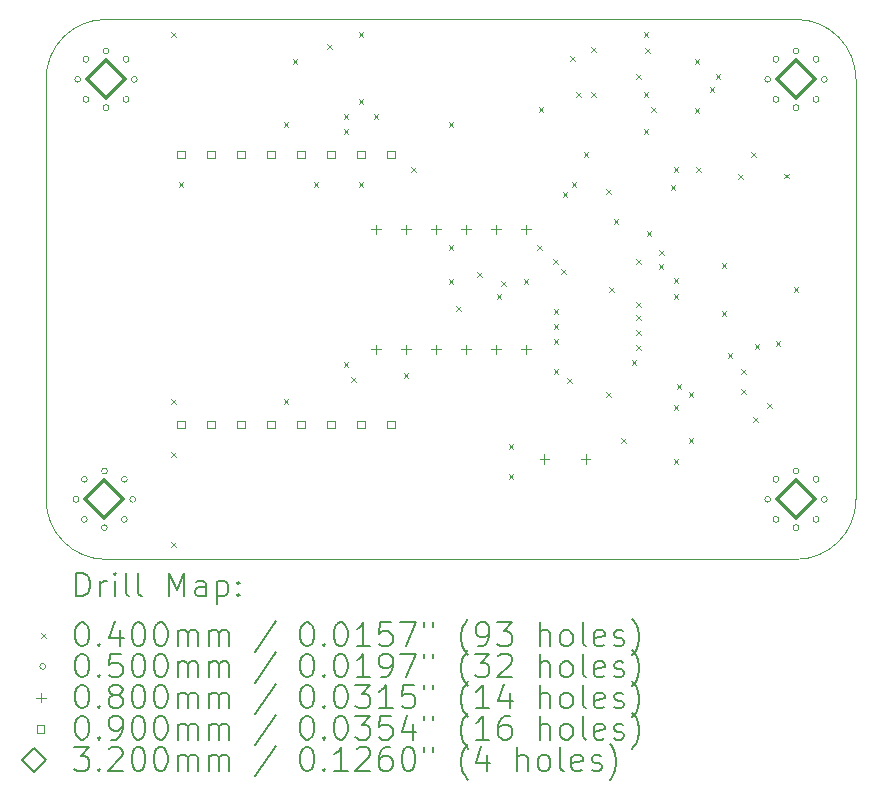
<source format=gbr>
%TF.GenerationSoftware,KiCad,Pcbnew,9.0.2*%
%TF.CreationDate,2025-06-10T21:23:16+02:00*%
%TF.ProjectId,n-teller,6e2d7465-6c6c-4657-922e-6b696361645f,1.0*%
%TF.SameCoordinates,Original*%
%TF.FileFunction,Drillmap*%
%TF.FilePolarity,Positive*%
%FSLAX45Y45*%
G04 Gerber Fmt 4.5, Leading zero omitted, Abs format (unit mm)*
G04 Created by KiCad (PCBNEW 9.0.2) date 2025-06-10 21:23:16*
%MOMM*%
%LPD*%
G01*
G04 APERTURE LIST*
%ADD10C,0.050000*%
%ADD11C,0.200000*%
%ADD12C,0.100000*%
%ADD13C,0.320000*%
G04 APERTURE END LIST*
D10*
X5588000Y-3048000D02*
G75*
G02*
X6096000Y-2540000I508000J0D01*
G01*
X6096000Y-2540000D02*
X11938000Y-2540000D01*
X12446000Y-3048000D02*
X12446000Y-6604000D01*
X5588000Y-6604000D02*
X5588000Y-3048000D01*
X12446000Y-6604000D02*
G75*
G02*
X11938000Y-7112000I-508000J0D01*
G01*
X6096000Y-7112000D02*
G75*
G02*
X5588000Y-6604000I0J508000D01*
G01*
X11938000Y-7112000D02*
X6096000Y-7112000D01*
X11938000Y-2540000D02*
G75*
G02*
X12446000Y-3048000I0J-508000D01*
G01*
D11*
D12*
X6647500Y-2647000D02*
X6687500Y-2687000D01*
X6687500Y-2647000D02*
X6647500Y-2687000D01*
X6647500Y-5758500D02*
X6687500Y-5798500D01*
X6687500Y-5758500D02*
X6647500Y-5798500D01*
X6647500Y-6203000D02*
X6687500Y-6243000D01*
X6687500Y-6203000D02*
X6647500Y-6243000D01*
X6647500Y-6965000D02*
X6687500Y-7005000D01*
X6687500Y-6965000D02*
X6647500Y-7005000D01*
X6711000Y-3917000D02*
X6751000Y-3957000D01*
X6751000Y-3917000D02*
X6711000Y-3957000D01*
X7600000Y-3409000D02*
X7640000Y-3449000D01*
X7640000Y-3409000D02*
X7600000Y-3449000D01*
X7600000Y-5758500D02*
X7640000Y-5798500D01*
X7640000Y-5758500D02*
X7600000Y-5798500D01*
X7676200Y-2875600D02*
X7716200Y-2915600D01*
X7716200Y-2875600D02*
X7676200Y-2915600D01*
X7854000Y-3917000D02*
X7894000Y-3957000D01*
X7894000Y-3917000D02*
X7854000Y-3957000D01*
X7968300Y-2748600D02*
X8008300Y-2788600D01*
X8008300Y-2748600D02*
X7968300Y-2788600D01*
X8108000Y-3345500D02*
X8148000Y-3385500D01*
X8148000Y-3345500D02*
X8108000Y-3385500D01*
X8108000Y-3472500D02*
X8148000Y-3512500D01*
X8148000Y-3472500D02*
X8108000Y-3512500D01*
X8108000Y-5441000D02*
X8148000Y-5481000D01*
X8148000Y-5441000D02*
X8108000Y-5481000D01*
X8171500Y-5568000D02*
X8211500Y-5608000D01*
X8211500Y-5568000D02*
X8171500Y-5608000D01*
X8235000Y-2647000D02*
X8275000Y-2687000D01*
X8275000Y-2647000D02*
X8235000Y-2687000D01*
X8235000Y-3218500D02*
X8275000Y-3258500D01*
X8275000Y-3218500D02*
X8235000Y-3258500D01*
X8235000Y-3917000D02*
X8275000Y-3957000D01*
X8275000Y-3917000D02*
X8235000Y-3957000D01*
X8362000Y-3345500D02*
X8402000Y-3385500D01*
X8402000Y-3345500D02*
X8362000Y-3385500D01*
X8616000Y-5538100D02*
X8656000Y-5578100D01*
X8656000Y-5538100D02*
X8616000Y-5578100D01*
X8679500Y-3790000D02*
X8719500Y-3830000D01*
X8719500Y-3790000D02*
X8679500Y-3830000D01*
X8997000Y-3409000D02*
X9037000Y-3449000D01*
X9037000Y-3409000D02*
X8997000Y-3449000D01*
X8997000Y-4450400D02*
X9037000Y-4490400D01*
X9037000Y-4450400D02*
X8997000Y-4490400D01*
X8997000Y-4742500D02*
X9037000Y-4782500D01*
X9037000Y-4742500D02*
X8997000Y-4782500D01*
X9060500Y-4971100D02*
X9100500Y-5011100D01*
X9100500Y-4971100D02*
X9060500Y-5011100D01*
X9238300Y-4679000D02*
X9278300Y-4719000D01*
X9278300Y-4679000D02*
X9238300Y-4719000D01*
X9403400Y-4869500D02*
X9443400Y-4909500D01*
X9443400Y-4869500D02*
X9403400Y-4909500D01*
X9441500Y-4755200D02*
X9481500Y-4795200D01*
X9481500Y-4755200D02*
X9441500Y-4795200D01*
X9505000Y-6139500D02*
X9545000Y-6179500D01*
X9545000Y-6139500D02*
X9505000Y-6179500D01*
X9505000Y-6393500D02*
X9545000Y-6433500D01*
X9545000Y-6393500D02*
X9505000Y-6433500D01*
X9632000Y-4742500D02*
X9672000Y-4782500D01*
X9672000Y-4742500D02*
X9632000Y-4782500D01*
X9746300Y-4450400D02*
X9786300Y-4490400D01*
X9786300Y-4450400D02*
X9746300Y-4490400D01*
X9759000Y-3282000D02*
X9799000Y-3322000D01*
X9799000Y-3282000D02*
X9759000Y-3322000D01*
X9878789Y-4570500D02*
X9918789Y-4610500D01*
X9918789Y-4570500D02*
X9878789Y-4610500D01*
X9886000Y-4996500D02*
X9926000Y-5036500D01*
X9926000Y-4996500D02*
X9886000Y-5036500D01*
X9886000Y-5123500D02*
X9926000Y-5163500D01*
X9926000Y-5123500D02*
X9886000Y-5163500D01*
X9886000Y-5250500D02*
X9926000Y-5290500D01*
X9926000Y-5250500D02*
X9886000Y-5290500D01*
X9886000Y-5504500D02*
X9926000Y-5544500D01*
X9926000Y-5504500D02*
X9886000Y-5544500D01*
X9949500Y-4655500D02*
X9989500Y-4695500D01*
X9989500Y-4655500D02*
X9949500Y-4695500D01*
X9962200Y-4005900D02*
X10002200Y-4045900D01*
X10002200Y-4005900D02*
X9962200Y-4045900D01*
X10000300Y-5580700D02*
X10040300Y-5620700D01*
X10040300Y-5580700D02*
X10000300Y-5620700D01*
X10025700Y-2850200D02*
X10065700Y-2890200D01*
X10065700Y-2850200D02*
X10025700Y-2890200D01*
X10038400Y-3917000D02*
X10078400Y-3957000D01*
X10078400Y-3917000D02*
X10038400Y-3957000D01*
X10076500Y-3155000D02*
X10116500Y-3195000D01*
X10116500Y-3155000D02*
X10076500Y-3195000D01*
X10140000Y-3663000D02*
X10180000Y-3703000D01*
X10180000Y-3663000D02*
X10140000Y-3703000D01*
X10203500Y-2774000D02*
X10243500Y-2814000D01*
X10243500Y-2774000D02*
X10203500Y-2814000D01*
X10203500Y-3155000D02*
X10243500Y-3195000D01*
X10243500Y-3155000D02*
X10203500Y-3195000D01*
X10330500Y-3980500D02*
X10370500Y-4020500D01*
X10370500Y-3980500D02*
X10330500Y-4020500D01*
X10330500Y-5695000D02*
X10370500Y-5735000D01*
X10370500Y-5695000D02*
X10330500Y-5735000D01*
X10355900Y-4806000D02*
X10395900Y-4846000D01*
X10395900Y-4806000D02*
X10355900Y-4846000D01*
X10394000Y-4234500D02*
X10434000Y-4274500D01*
X10434000Y-4234500D02*
X10394000Y-4274500D01*
X10459103Y-6086800D02*
X10499103Y-6126800D01*
X10499103Y-6086800D02*
X10459103Y-6126800D01*
X10546400Y-5428300D02*
X10586400Y-5468300D01*
X10586400Y-5428300D02*
X10546400Y-5468300D01*
X10584500Y-3002600D02*
X10624500Y-3042600D01*
X10624500Y-3002600D02*
X10584500Y-3042600D01*
X10584500Y-4570500D02*
X10624500Y-4610500D01*
X10624500Y-4570500D02*
X10584500Y-4610500D01*
X10584500Y-4933000D02*
X10624500Y-4973000D01*
X10624500Y-4933000D02*
X10584500Y-4973000D01*
X10584500Y-5047300D02*
X10624500Y-5087300D01*
X10624500Y-5047300D02*
X10584500Y-5087300D01*
X10584500Y-5174300D02*
X10624500Y-5214300D01*
X10624500Y-5174300D02*
X10584500Y-5214300D01*
X10584500Y-5301300D02*
X10624500Y-5341300D01*
X10624500Y-5301300D02*
X10584500Y-5341300D01*
X10648000Y-2647000D02*
X10688000Y-2687000D01*
X10688000Y-2647000D02*
X10648000Y-2687000D01*
X10648000Y-3155000D02*
X10688000Y-3195000D01*
X10688000Y-3155000D02*
X10648000Y-3195000D01*
X10648000Y-3472500D02*
X10688000Y-3512500D01*
X10688000Y-3472500D02*
X10648000Y-3512500D01*
X10660700Y-2786700D02*
X10700700Y-2826700D01*
X10700700Y-2786700D02*
X10660700Y-2826700D01*
X10673400Y-4336100D02*
X10713400Y-4376100D01*
X10713400Y-4336100D02*
X10673400Y-4376100D01*
X10711500Y-3282000D02*
X10751500Y-3322000D01*
X10751500Y-3282000D02*
X10711500Y-3322000D01*
X10775000Y-4615500D02*
X10815000Y-4655500D01*
X10815000Y-4615500D02*
X10775000Y-4655500D01*
X10782268Y-4495768D02*
X10822268Y-4535768D01*
X10822268Y-4495768D02*
X10782268Y-4535768D01*
X10876600Y-3942400D02*
X10916600Y-3982400D01*
X10916600Y-3942400D02*
X10876600Y-3982400D01*
X10902000Y-3790000D02*
X10942000Y-3830000D01*
X10942000Y-3790000D02*
X10902000Y-3830000D01*
X10902000Y-4729800D02*
X10942000Y-4769800D01*
X10942000Y-4729800D02*
X10902000Y-4769800D01*
X10902000Y-4869500D02*
X10942000Y-4909500D01*
X10942000Y-4869500D02*
X10902000Y-4909500D01*
X10902000Y-5809300D02*
X10942000Y-5849300D01*
X10942000Y-5809300D02*
X10902000Y-5849300D01*
X10902000Y-6266500D02*
X10942000Y-6306500D01*
X10942000Y-6266500D02*
X10902000Y-6306500D01*
X10927400Y-5631500D02*
X10967400Y-5671500D01*
X10967400Y-5631500D02*
X10927400Y-5671500D01*
X11029000Y-5695000D02*
X11069000Y-5735000D01*
X11069000Y-5695000D02*
X11029000Y-5735000D01*
X11029000Y-6086800D02*
X11069000Y-6126800D01*
X11069000Y-6086800D02*
X11029000Y-6126800D01*
X11079800Y-2875600D02*
X11119800Y-2915600D01*
X11119800Y-2875600D02*
X11079800Y-2915600D01*
X11079800Y-3294700D02*
X11119800Y-3334700D01*
X11119800Y-3294700D02*
X11079800Y-3334700D01*
X11092380Y-3790000D02*
X11132380Y-3830000D01*
X11132380Y-3790000D02*
X11092380Y-3830000D01*
X11206800Y-3116900D02*
X11246800Y-3156900D01*
X11246800Y-3116900D02*
X11206800Y-3156900D01*
X11257600Y-3002600D02*
X11297600Y-3042600D01*
X11297600Y-3002600D02*
X11257600Y-3042600D01*
X11308400Y-4602800D02*
X11348400Y-4642800D01*
X11348400Y-4602800D02*
X11308400Y-4642800D01*
X11308400Y-5009200D02*
X11348400Y-5049200D01*
X11348400Y-5009200D02*
X11308400Y-5049200D01*
X11359200Y-5364800D02*
X11399200Y-5404800D01*
X11399200Y-5364800D02*
X11359200Y-5404800D01*
X11448100Y-3853500D02*
X11488100Y-3893500D01*
X11488100Y-3853500D02*
X11448100Y-3893500D01*
X11473500Y-5504500D02*
X11513500Y-5544500D01*
X11513500Y-5504500D02*
X11473500Y-5544500D01*
X11473500Y-5669600D02*
X11513500Y-5709600D01*
X11513500Y-5669600D02*
X11473500Y-5709600D01*
X11560500Y-3663000D02*
X11600500Y-3703000D01*
X11600500Y-3663000D02*
X11560500Y-3703000D01*
X11575100Y-5910900D02*
X11615100Y-5950900D01*
X11615100Y-5910900D02*
X11575100Y-5950900D01*
X11587800Y-5288600D02*
X11627800Y-5328600D01*
X11627800Y-5288600D02*
X11587800Y-5328600D01*
X11695750Y-5790250D02*
X11735750Y-5830250D01*
X11735750Y-5790250D02*
X11695750Y-5830250D01*
X11765600Y-5263200D02*
X11805600Y-5303200D01*
X11805600Y-5263200D02*
X11765600Y-5303200D01*
X11839420Y-3846275D02*
X11879420Y-3886275D01*
X11879420Y-3846275D02*
X11839420Y-3886275D01*
X11918000Y-4806000D02*
X11958000Y-4846000D01*
X11958000Y-4806000D02*
X11918000Y-4846000D01*
X5867000Y-6604000D02*
G75*
G02*
X5817000Y-6604000I-25000J0D01*
G01*
X5817000Y-6604000D02*
G75*
G02*
X5867000Y-6604000I25000J0D01*
G01*
X5881000Y-3048000D02*
G75*
G02*
X5831000Y-3048000I-25000J0D01*
G01*
X5831000Y-3048000D02*
G75*
G02*
X5881000Y-3048000I25000J0D01*
G01*
X5937294Y-6434294D02*
G75*
G02*
X5887294Y-6434294I-25000J0D01*
G01*
X5887294Y-6434294D02*
G75*
G02*
X5937294Y-6434294I25000J0D01*
G01*
X5937294Y-6773706D02*
G75*
G02*
X5887294Y-6773706I-25000J0D01*
G01*
X5887294Y-6773706D02*
G75*
G02*
X5937294Y-6773706I25000J0D01*
G01*
X5951294Y-2878294D02*
G75*
G02*
X5901294Y-2878294I-25000J0D01*
G01*
X5901294Y-2878294D02*
G75*
G02*
X5951294Y-2878294I25000J0D01*
G01*
X5951294Y-3217706D02*
G75*
G02*
X5901294Y-3217706I-25000J0D01*
G01*
X5901294Y-3217706D02*
G75*
G02*
X5951294Y-3217706I25000J0D01*
G01*
X6107000Y-6364000D02*
G75*
G02*
X6057000Y-6364000I-25000J0D01*
G01*
X6057000Y-6364000D02*
G75*
G02*
X6107000Y-6364000I25000J0D01*
G01*
X6107000Y-6844000D02*
G75*
G02*
X6057000Y-6844000I-25000J0D01*
G01*
X6057000Y-6844000D02*
G75*
G02*
X6107000Y-6844000I25000J0D01*
G01*
X6121000Y-2808000D02*
G75*
G02*
X6071000Y-2808000I-25000J0D01*
G01*
X6071000Y-2808000D02*
G75*
G02*
X6121000Y-2808000I25000J0D01*
G01*
X6121000Y-3288000D02*
G75*
G02*
X6071000Y-3288000I-25000J0D01*
G01*
X6071000Y-3288000D02*
G75*
G02*
X6121000Y-3288000I25000J0D01*
G01*
X6276706Y-6434294D02*
G75*
G02*
X6226706Y-6434294I-25000J0D01*
G01*
X6226706Y-6434294D02*
G75*
G02*
X6276706Y-6434294I25000J0D01*
G01*
X6276706Y-6773706D02*
G75*
G02*
X6226706Y-6773706I-25000J0D01*
G01*
X6226706Y-6773706D02*
G75*
G02*
X6276706Y-6773706I25000J0D01*
G01*
X6290706Y-2878294D02*
G75*
G02*
X6240706Y-2878294I-25000J0D01*
G01*
X6240706Y-2878294D02*
G75*
G02*
X6290706Y-2878294I25000J0D01*
G01*
X6290706Y-3217706D02*
G75*
G02*
X6240706Y-3217706I-25000J0D01*
G01*
X6240706Y-3217706D02*
G75*
G02*
X6290706Y-3217706I25000J0D01*
G01*
X6347000Y-6604000D02*
G75*
G02*
X6297000Y-6604000I-25000J0D01*
G01*
X6297000Y-6604000D02*
G75*
G02*
X6347000Y-6604000I25000J0D01*
G01*
X6361000Y-3048000D02*
G75*
G02*
X6311000Y-3048000I-25000J0D01*
G01*
X6311000Y-3048000D02*
G75*
G02*
X6361000Y-3048000I25000J0D01*
G01*
X11723000Y-3048000D02*
G75*
G02*
X11673000Y-3048000I-25000J0D01*
G01*
X11673000Y-3048000D02*
G75*
G02*
X11723000Y-3048000I25000J0D01*
G01*
X11723000Y-6604000D02*
G75*
G02*
X11673000Y-6604000I-25000J0D01*
G01*
X11673000Y-6604000D02*
G75*
G02*
X11723000Y-6604000I25000J0D01*
G01*
X11793294Y-2878294D02*
G75*
G02*
X11743294Y-2878294I-25000J0D01*
G01*
X11743294Y-2878294D02*
G75*
G02*
X11793294Y-2878294I25000J0D01*
G01*
X11793294Y-3217706D02*
G75*
G02*
X11743294Y-3217706I-25000J0D01*
G01*
X11743294Y-3217706D02*
G75*
G02*
X11793294Y-3217706I25000J0D01*
G01*
X11793294Y-6434294D02*
G75*
G02*
X11743294Y-6434294I-25000J0D01*
G01*
X11743294Y-6434294D02*
G75*
G02*
X11793294Y-6434294I25000J0D01*
G01*
X11793294Y-6773706D02*
G75*
G02*
X11743294Y-6773706I-25000J0D01*
G01*
X11743294Y-6773706D02*
G75*
G02*
X11793294Y-6773706I25000J0D01*
G01*
X11963000Y-2808000D02*
G75*
G02*
X11913000Y-2808000I-25000J0D01*
G01*
X11913000Y-2808000D02*
G75*
G02*
X11963000Y-2808000I25000J0D01*
G01*
X11963000Y-3288000D02*
G75*
G02*
X11913000Y-3288000I-25000J0D01*
G01*
X11913000Y-3288000D02*
G75*
G02*
X11963000Y-3288000I25000J0D01*
G01*
X11963000Y-6364000D02*
G75*
G02*
X11913000Y-6364000I-25000J0D01*
G01*
X11913000Y-6364000D02*
G75*
G02*
X11963000Y-6364000I25000J0D01*
G01*
X11963000Y-6844000D02*
G75*
G02*
X11913000Y-6844000I-25000J0D01*
G01*
X11913000Y-6844000D02*
G75*
G02*
X11963000Y-6844000I25000J0D01*
G01*
X12132706Y-2878294D02*
G75*
G02*
X12082706Y-2878294I-25000J0D01*
G01*
X12082706Y-2878294D02*
G75*
G02*
X12132706Y-2878294I25000J0D01*
G01*
X12132706Y-3217706D02*
G75*
G02*
X12082706Y-3217706I-25000J0D01*
G01*
X12082706Y-3217706D02*
G75*
G02*
X12132706Y-3217706I25000J0D01*
G01*
X12132706Y-6434294D02*
G75*
G02*
X12082706Y-6434294I-25000J0D01*
G01*
X12082706Y-6434294D02*
G75*
G02*
X12132706Y-6434294I25000J0D01*
G01*
X12132706Y-6773706D02*
G75*
G02*
X12082706Y-6773706I-25000J0D01*
G01*
X12082706Y-6773706D02*
G75*
G02*
X12132706Y-6773706I25000J0D01*
G01*
X12203000Y-3048000D02*
G75*
G02*
X12153000Y-3048000I-25000J0D01*
G01*
X12153000Y-3048000D02*
G75*
G02*
X12203000Y-3048000I25000J0D01*
G01*
X12203000Y-6604000D02*
G75*
G02*
X12153000Y-6604000I-25000J0D01*
G01*
X12153000Y-6604000D02*
G75*
G02*
X12203000Y-6604000I25000J0D01*
G01*
X8382000Y-4278000D02*
X8382000Y-4358000D01*
X8342000Y-4318000D02*
X8422000Y-4318000D01*
X8382000Y-5294000D02*
X8382000Y-5374000D01*
X8342000Y-5334000D02*
X8422000Y-5334000D01*
X8636000Y-4278000D02*
X8636000Y-4358000D01*
X8596000Y-4318000D02*
X8676000Y-4318000D01*
X8636000Y-5294000D02*
X8636000Y-5374000D01*
X8596000Y-5334000D02*
X8676000Y-5334000D01*
X8890000Y-4278000D02*
X8890000Y-4358000D01*
X8850000Y-4318000D02*
X8930000Y-4318000D01*
X8890000Y-5294000D02*
X8890000Y-5374000D01*
X8850000Y-5334000D02*
X8930000Y-5334000D01*
X9144000Y-4278000D02*
X9144000Y-4358000D01*
X9104000Y-4318000D02*
X9184000Y-4318000D01*
X9144000Y-5294000D02*
X9144000Y-5374000D01*
X9104000Y-5334000D02*
X9184000Y-5334000D01*
X9398000Y-4278000D02*
X9398000Y-4358000D01*
X9358000Y-4318000D02*
X9438000Y-4318000D01*
X9398000Y-5294000D02*
X9398000Y-5374000D01*
X9358000Y-5334000D02*
X9438000Y-5334000D01*
X9652000Y-4278000D02*
X9652000Y-4358000D01*
X9612000Y-4318000D02*
X9692000Y-4318000D01*
X9652000Y-5294000D02*
X9652000Y-5374000D01*
X9612000Y-5334000D02*
X9692000Y-5334000D01*
X9807554Y-6222500D02*
X9807554Y-6302500D01*
X9767554Y-6262500D02*
X9847554Y-6262500D01*
X10157554Y-6222500D02*
X10157554Y-6302500D01*
X10117554Y-6262500D02*
X10197554Y-6262500D01*
X6762820Y-3714820D02*
X6762820Y-3651180D01*
X6699180Y-3651180D01*
X6699180Y-3714820D01*
X6762820Y-3714820D01*
X6762820Y-6000820D02*
X6762820Y-5937180D01*
X6699180Y-5937180D01*
X6699180Y-6000820D01*
X6762820Y-6000820D01*
X7016820Y-3714820D02*
X7016820Y-3651180D01*
X6953180Y-3651180D01*
X6953180Y-3714820D01*
X7016820Y-3714820D01*
X7016820Y-6000820D02*
X7016820Y-5937180D01*
X6953180Y-5937180D01*
X6953180Y-6000820D01*
X7016820Y-6000820D01*
X7270820Y-3714820D02*
X7270820Y-3651180D01*
X7207180Y-3651180D01*
X7207180Y-3714820D01*
X7270820Y-3714820D01*
X7270820Y-6000820D02*
X7270820Y-5937180D01*
X7207180Y-5937180D01*
X7207180Y-6000820D01*
X7270820Y-6000820D01*
X7524820Y-3714820D02*
X7524820Y-3651180D01*
X7461180Y-3651180D01*
X7461180Y-3714820D01*
X7524820Y-3714820D01*
X7524820Y-6000820D02*
X7524820Y-5937180D01*
X7461180Y-5937180D01*
X7461180Y-6000820D01*
X7524820Y-6000820D01*
X7778820Y-3714820D02*
X7778820Y-3651180D01*
X7715180Y-3651180D01*
X7715180Y-3714820D01*
X7778820Y-3714820D01*
X7778820Y-6000820D02*
X7778820Y-5937180D01*
X7715180Y-5937180D01*
X7715180Y-6000820D01*
X7778820Y-6000820D01*
X8032820Y-3714820D02*
X8032820Y-3651180D01*
X7969180Y-3651180D01*
X7969180Y-3714820D01*
X8032820Y-3714820D01*
X8032820Y-6000820D02*
X8032820Y-5937180D01*
X7969180Y-5937180D01*
X7969180Y-6000820D01*
X8032820Y-6000820D01*
X8286820Y-3714820D02*
X8286820Y-3651180D01*
X8223180Y-3651180D01*
X8223180Y-3714820D01*
X8286820Y-3714820D01*
X8286820Y-6000820D02*
X8286820Y-5937180D01*
X8223180Y-5937180D01*
X8223180Y-6000820D01*
X8286820Y-6000820D01*
X8540820Y-3714820D02*
X8540820Y-3651180D01*
X8477180Y-3651180D01*
X8477180Y-3714820D01*
X8540820Y-3714820D01*
X8540820Y-6000820D02*
X8540820Y-5937180D01*
X8477180Y-5937180D01*
X8477180Y-6000820D01*
X8540820Y-6000820D01*
D13*
X6082000Y-6764000D02*
X6242000Y-6604000D01*
X6082000Y-6444000D01*
X5922000Y-6604000D01*
X6082000Y-6764000D01*
X6096000Y-3208000D02*
X6256000Y-3048000D01*
X6096000Y-2888000D01*
X5936000Y-3048000D01*
X6096000Y-3208000D01*
X11938000Y-3208000D02*
X12098000Y-3048000D01*
X11938000Y-2888000D01*
X11778000Y-3048000D01*
X11938000Y-3208000D01*
X11938000Y-6764000D02*
X12098000Y-6604000D01*
X11938000Y-6444000D01*
X11778000Y-6604000D01*
X11938000Y-6764000D01*
D11*
X5846277Y-7425984D02*
X5846277Y-7225984D01*
X5846277Y-7225984D02*
X5893896Y-7225984D01*
X5893896Y-7225984D02*
X5922467Y-7235508D01*
X5922467Y-7235508D02*
X5941515Y-7254555D01*
X5941515Y-7254555D02*
X5951039Y-7273603D01*
X5951039Y-7273603D02*
X5960562Y-7311698D01*
X5960562Y-7311698D02*
X5960562Y-7340269D01*
X5960562Y-7340269D02*
X5951039Y-7378365D01*
X5951039Y-7378365D02*
X5941515Y-7397412D01*
X5941515Y-7397412D02*
X5922467Y-7416460D01*
X5922467Y-7416460D02*
X5893896Y-7425984D01*
X5893896Y-7425984D02*
X5846277Y-7425984D01*
X6046277Y-7425984D02*
X6046277Y-7292650D01*
X6046277Y-7330746D02*
X6055801Y-7311698D01*
X6055801Y-7311698D02*
X6065324Y-7302174D01*
X6065324Y-7302174D02*
X6084372Y-7292650D01*
X6084372Y-7292650D02*
X6103420Y-7292650D01*
X6170086Y-7425984D02*
X6170086Y-7292650D01*
X6170086Y-7225984D02*
X6160562Y-7235508D01*
X6160562Y-7235508D02*
X6170086Y-7245031D01*
X6170086Y-7245031D02*
X6179610Y-7235508D01*
X6179610Y-7235508D02*
X6170086Y-7225984D01*
X6170086Y-7225984D02*
X6170086Y-7245031D01*
X6293896Y-7425984D02*
X6274848Y-7416460D01*
X6274848Y-7416460D02*
X6265324Y-7397412D01*
X6265324Y-7397412D02*
X6265324Y-7225984D01*
X6398658Y-7425984D02*
X6379610Y-7416460D01*
X6379610Y-7416460D02*
X6370086Y-7397412D01*
X6370086Y-7397412D02*
X6370086Y-7225984D01*
X6627229Y-7425984D02*
X6627229Y-7225984D01*
X6627229Y-7225984D02*
X6693896Y-7368841D01*
X6693896Y-7368841D02*
X6760562Y-7225984D01*
X6760562Y-7225984D02*
X6760562Y-7425984D01*
X6941515Y-7425984D02*
X6941515Y-7321222D01*
X6941515Y-7321222D02*
X6931991Y-7302174D01*
X6931991Y-7302174D02*
X6912943Y-7292650D01*
X6912943Y-7292650D02*
X6874848Y-7292650D01*
X6874848Y-7292650D02*
X6855801Y-7302174D01*
X6941515Y-7416460D02*
X6922467Y-7425984D01*
X6922467Y-7425984D02*
X6874848Y-7425984D01*
X6874848Y-7425984D02*
X6855801Y-7416460D01*
X6855801Y-7416460D02*
X6846277Y-7397412D01*
X6846277Y-7397412D02*
X6846277Y-7378365D01*
X6846277Y-7378365D02*
X6855801Y-7359317D01*
X6855801Y-7359317D02*
X6874848Y-7349793D01*
X6874848Y-7349793D02*
X6922467Y-7349793D01*
X6922467Y-7349793D02*
X6941515Y-7340269D01*
X7036753Y-7292650D02*
X7036753Y-7492650D01*
X7036753Y-7302174D02*
X7055801Y-7292650D01*
X7055801Y-7292650D02*
X7093896Y-7292650D01*
X7093896Y-7292650D02*
X7112943Y-7302174D01*
X7112943Y-7302174D02*
X7122467Y-7311698D01*
X7122467Y-7311698D02*
X7131991Y-7330746D01*
X7131991Y-7330746D02*
X7131991Y-7387888D01*
X7131991Y-7387888D02*
X7122467Y-7406936D01*
X7122467Y-7406936D02*
X7112943Y-7416460D01*
X7112943Y-7416460D02*
X7093896Y-7425984D01*
X7093896Y-7425984D02*
X7055801Y-7425984D01*
X7055801Y-7425984D02*
X7036753Y-7416460D01*
X7217705Y-7406936D02*
X7227229Y-7416460D01*
X7227229Y-7416460D02*
X7217705Y-7425984D01*
X7217705Y-7425984D02*
X7208182Y-7416460D01*
X7208182Y-7416460D02*
X7217705Y-7406936D01*
X7217705Y-7406936D02*
X7217705Y-7425984D01*
X7217705Y-7302174D02*
X7227229Y-7311698D01*
X7227229Y-7311698D02*
X7217705Y-7321222D01*
X7217705Y-7321222D02*
X7208182Y-7311698D01*
X7208182Y-7311698D02*
X7217705Y-7302174D01*
X7217705Y-7302174D02*
X7217705Y-7321222D01*
D12*
X5545500Y-7734500D02*
X5585500Y-7774500D01*
X5585500Y-7734500D02*
X5545500Y-7774500D01*
D11*
X5884372Y-7645984D02*
X5903420Y-7645984D01*
X5903420Y-7645984D02*
X5922467Y-7655508D01*
X5922467Y-7655508D02*
X5931991Y-7665031D01*
X5931991Y-7665031D02*
X5941515Y-7684079D01*
X5941515Y-7684079D02*
X5951039Y-7722174D01*
X5951039Y-7722174D02*
X5951039Y-7769793D01*
X5951039Y-7769793D02*
X5941515Y-7807888D01*
X5941515Y-7807888D02*
X5931991Y-7826936D01*
X5931991Y-7826936D02*
X5922467Y-7836460D01*
X5922467Y-7836460D02*
X5903420Y-7845984D01*
X5903420Y-7845984D02*
X5884372Y-7845984D01*
X5884372Y-7845984D02*
X5865324Y-7836460D01*
X5865324Y-7836460D02*
X5855801Y-7826936D01*
X5855801Y-7826936D02*
X5846277Y-7807888D01*
X5846277Y-7807888D02*
X5836753Y-7769793D01*
X5836753Y-7769793D02*
X5836753Y-7722174D01*
X5836753Y-7722174D02*
X5846277Y-7684079D01*
X5846277Y-7684079D02*
X5855801Y-7665031D01*
X5855801Y-7665031D02*
X5865324Y-7655508D01*
X5865324Y-7655508D02*
X5884372Y-7645984D01*
X6036753Y-7826936D02*
X6046277Y-7836460D01*
X6046277Y-7836460D02*
X6036753Y-7845984D01*
X6036753Y-7845984D02*
X6027229Y-7836460D01*
X6027229Y-7836460D02*
X6036753Y-7826936D01*
X6036753Y-7826936D02*
X6036753Y-7845984D01*
X6217705Y-7712650D02*
X6217705Y-7845984D01*
X6170086Y-7636460D02*
X6122467Y-7779317D01*
X6122467Y-7779317D02*
X6246277Y-7779317D01*
X6360562Y-7645984D02*
X6379610Y-7645984D01*
X6379610Y-7645984D02*
X6398658Y-7655508D01*
X6398658Y-7655508D02*
X6408182Y-7665031D01*
X6408182Y-7665031D02*
X6417705Y-7684079D01*
X6417705Y-7684079D02*
X6427229Y-7722174D01*
X6427229Y-7722174D02*
X6427229Y-7769793D01*
X6427229Y-7769793D02*
X6417705Y-7807888D01*
X6417705Y-7807888D02*
X6408182Y-7826936D01*
X6408182Y-7826936D02*
X6398658Y-7836460D01*
X6398658Y-7836460D02*
X6379610Y-7845984D01*
X6379610Y-7845984D02*
X6360562Y-7845984D01*
X6360562Y-7845984D02*
X6341515Y-7836460D01*
X6341515Y-7836460D02*
X6331991Y-7826936D01*
X6331991Y-7826936D02*
X6322467Y-7807888D01*
X6322467Y-7807888D02*
X6312943Y-7769793D01*
X6312943Y-7769793D02*
X6312943Y-7722174D01*
X6312943Y-7722174D02*
X6322467Y-7684079D01*
X6322467Y-7684079D02*
X6331991Y-7665031D01*
X6331991Y-7665031D02*
X6341515Y-7655508D01*
X6341515Y-7655508D02*
X6360562Y-7645984D01*
X6551039Y-7645984D02*
X6570086Y-7645984D01*
X6570086Y-7645984D02*
X6589134Y-7655508D01*
X6589134Y-7655508D02*
X6598658Y-7665031D01*
X6598658Y-7665031D02*
X6608182Y-7684079D01*
X6608182Y-7684079D02*
X6617705Y-7722174D01*
X6617705Y-7722174D02*
X6617705Y-7769793D01*
X6617705Y-7769793D02*
X6608182Y-7807888D01*
X6608182Y-7807888D02*
X6598658Y-7826936D01*
X6598658Y-7826936D02*
X6589134Y-7836460D01*
X6589134Y-7836460D02*
X6570086Y-7845984D01*
X6570086Y-7845984D02*
X6551039Y-7845984D01*
X6551039Y-7845984D02*
X6531991Y-7836460D01*
X6531991Y-7836460D02*
X6522467Y-7826936D01*
X6522467Y-7826936D02*
X6512943Y-7807888D01*
X6512943Y-7807888D02*
X6503420Y-7769793D01*
X6503420Y-7769793D02*
X6503420Y-7722174D01*
X6503420Y-7722174D02*
X6512943Y-7684079D01*
X6512943Y-7684079D02*
X6522467Y-7665031D01*
X6522467Y-7665031D02*
X6531991Y-7655508D01*
X6531991Y-7655508D02*
X6551039Y-7645984D01*
X6703420Y-7845984D02*
X6703420Y-7712650D01*
X6703420Y-7731698D02*
X6712943Y-7722174D01*
X6712943Y-7722174D02*
X6731991Y-7712650D01*
X6731991Y-7712650D02*
X6760563Y-7712650D01*
X6760563Y-7712650D02*
X6779610Y-7722174D01*
X6779610Y-7722174D02*
X6789134Y-7741222D01*
X6789134Y-7741222D02*
X6789134Y-7845984D01*
X6789134Y-7741222D02*
X6798658Y-7722174D01*
X6798658Y-7722174D02*
X6817705Y-7712650D01*
X6817705Y-7712650D02*
X6846277Y-7712650D01*
X6846277Y-7712650D02*
X6865324Y-7722174D01*
X6865324Y-7722174D02*
X6874848Y-7741222D01*
X6874848Y-7741222D02*
X6874848Y-7845984D01*
X6970086Y-7845984D02*
X6970086Y-7712650D01*
X6970086Y-7731698D02*
X6979610Y-7722174D01*
X6979610Y-7722174D02*
X6998658Y-7712650D01*
X6998658Y-7712650D02*
X7027229Y-7712650D01*
X7027229Y-7712650D02*
X7046277Y-7722174D01*
X7046277Y-7722174D02*
X7055801Y-7741222D01*
X7055801Y-7741222D02*
X7055801Y-7845984D01*
X7055801Y-7741222D02*
X7065324Y-7722174D01*
X7065324Y-7722174D02*
X7084372Y-7712650D01*
X7084372Y-7712650D02*
X7112943Y-7712650D01*
X7112943Y-7712650D02*
X7131991Y-7722174D01*
X7131991Y-7722174D02*
X7141515Y-7741222D01*
X7141515Y-7741222D02*
X7141515Y-7845984D01*
X7531991Y-7636460D02*
X7360563Y-7893603D01*
X7789134Y-7645984D02*
X7808182Y-7645984D01*
X7808182Y-7645984D02*
X7827229Y-7655508D01*
X7827229Y-7655508D02*
X7836753Y-7665031D01*
X7836753Y-7665031D02*
X7846277Y-7684079D01*
X7846277Y-7684079D02*
X7855801Y-7722174D01*
X7855801Y-7722174D02*
X7855801Y-7769793D01*
X7855801Y-7769793D02*
X7846277Y-7807888D01*
X7846277Y-7807888D02*
X7836753Y-7826936D01*
X7836753Y-7826936D02*
X7827229Y-7836460D01*
X7827229Y-7836460D02*
X7808182Y-7845984D01*
X7808182Y-7845984D02*
X7789134Y-7845984D01*
X7789134Y-7845984D02*
X7770086Y-7836460D01*
X7770086Y-7836460D02*
X7760563Y-7826936D01*
X7760563Y-7826936D02*
X7751039Y-7807888D01*
X7751039Y-7807888D02*
X7741515Y-7769793D01*
X7741515Y-7769793D02*
X7741515Y-7722174D01*
X7741515Y-7722174D02*
X7751039Y-7684079D01*
X7751039Y-7684079D02*
X7760563Y-7665031D01*
X7760563Y-7665031D02*
X7770086Y-7655508D01*
X7770086Y-7655508D02*
X7789134Y-7645984D01*
X7941515Y-7826936D02*
X7951039Y-7836460D01*
X7951039Y-7836460D02*
X7941515Y-7845984D01*
X7941515Y-7845984D02*
X7931991Y-7836460D01*
X7931991Y-7836460D02*
X7941515Y-7826936D01*
X7941515Y-7826936D02*
X7941515Y-7845984D01*
X8074848Y-7645984D02*
X8093896Y-7645984D01*
X8093896Y-7645984D02*
X8112944Y-7655508D01*
X8112944Y-7655508D02*
X8122467Y-7665031D01*
X8122467Y-7665031D02*
X8131991Y-7684079D01*
X8131991Y-7684079D02*
X8141515Y-7722174D01*
X8141515Y-7722174D02*
X8141515Y-7769793D01*
X8141515Y-7769793D02*
X8131991Y-7807888D01*
X8131991Y-7807888D02*
X8122467Y-7826936D01*
X8122467Y-7826936D02*
X8112944Y-7836460D01*
X8112944Y-7836460D02*
X8093896Y-7845984D01*
X8093896Y-7845984D02*
X8074848Y-7845984D01*
X8074848Y-7845984D02*
X8055801Y-7836460D01*
X8055801Y-7836460D02*
X8046277Y-7826936D01*
X8046277Y-7826936D02*
X8036753Y-7807888D01*
X8036753Y-7807888D02*
X8027229Y-7769793D01*
X8027229Y-7769793D02*
X8027229Y-7722174D01*
X8027229Y-7722174D02*
X8036753Y-7684079D01*
X8036753Y-7684079D02*
X8046277Y-7665031D01*
X8046277Y-7665031D02*
X8055801Y-7655508D01*
X8055801Y-7655508D02*
X8074848Y-7645984D01*
X8331991Y-7845984D02*
X8217706Y-7845984D01*
X8274848Y-7845984D02*
X8274848Y-7645984D01*
X8274848Y-7645984D02*
X8255801Y-7674555D01*
X8255801Y-7674555D02*
X8236753Y-7693603D01*
X8236753Y-7693603D02*
X8217706Y-7703127D01*
X8512944Y-7645984D02*
X8417706Y-7645984D01*
X8417706Y-7645984D02*
X8408182Y-7741222D01*
X8408182Y-7741222D02*
X8417706Y-7731698D01*
X8417706Y-7731698D02*
X8436753Y-7722174D01*
X8436753Y-7722174D02*
X8484372Y-7722174D01*
X8484372Y-7722174D02*
X8503420Y-7731698D01*
X8503420Y-7731698D02*
X8512944Y-7741222D01*
X8512944Y-7741222D02*
X8522468Y-7760269D01*
X8522468Y-7760269D02*
X8522468Y-7807888D01*
X8522468Y-7807888D02*
X8512944Y-7826936D01*
X8512944Y-7826936D02*
X8503420Y-7836460D01*
X8503420Y-7836460D02*
X8484372Y-7845984D01*
X8484372Y-7845984D02*
X8436753Y-7845984D01*
X8436753Y-7845984D02*
X8417706Y-7836460D01*
X8417706Y-7836460D02*
X8408182Y-7826936D01*
X8589134Y-7645984D02*
X8722468Y-7645984D01*
X8722468Y-7645984D02*
X8636753Y-7845984D01*
X8789134Y-7645984D02*
X8789134Y-7684079D01*
X8865325Y-7645984D02*
X8865325Y-7684079D01*
X9160563Y-7922174D02*
X9151039Y-7912650D01*
X9151039Y-7912650D02*
X9131991Y-7884079D01*
X9131991Y-7884079D02*
X9122468Y-7865031D01*
X9122468Y-7865031D02*
X9112944Y-7836460D01*
X9112944Y-7836460D02*
X9103420Y-7788841D01*
X9103420Y-7788841D02*
X9103420Y-7750746D01*
X9103420Y-7750746D02*
X9112944Y-7703127D01*
X9112944Y-7703127D02*
X9122468Y-7674555D01*
X9122468Y-7674555D02*
X9131991Y-7655508D01*
X9131991Y-7655508D02*
X9151039Y-7626936D01*
X9151039Y-7626936D02*
X9160563Y-7617412D01*
X9246277Y-7845984D02*
X9284372Y-7845984D01*
X9284372Y-7845984D02*
X9303420Y-7836460D01*
X9303420Y-7836460D02*
X9312944Y-7826936D01*
X9312944Y-7826936D02*
X9331991Y-7798365D01*
X9331991Y-7798365D02*
X9341515Y-7760269D01*
X9341515Y-7760269D02*
X9341515Y-7684079D01*
X9341515Y-7684079D02*
X9331991Y-7665031D01*
X9331991Y-7665031D02*
X9322468Y-7655508D01*
X9322468Y-7655508D02*
X9303420Y-7645984D01*
X9303420Y-7645984D02*
X9265325Y-7645984D01*
X9265325Y-7645984D02*
X9246277Y-7655508D01*
X9246277Y-7655508D02*
X9236753Y-7665031D01*
X9236753Y-7665031D02*
X9227230Y-7684079D01*
X9227230Y-7684079D02*
X9227230Y-7731698D01*
X9227230Y-7731698D02*
X9236753Y-7750746D01*
X9236753Y-7750746D02*
X9246277Y-7760269D01*
X9246277Y-7760269D02*
X9265325Y-7769793D01*
X9265325Y-7769793D02*
X9303420Y-7769793D01*
X9303420Y-7769793D02*
X9322468Y-7760269D01*
X9322468Y-7760269D02*
X9331991Y-7750746D01*
X9331991Y-7750746D02*
X9341515Y-7731698D01*
X9408182Y-7645984D02*
X9531991Y-7645984D01*
X9531991Y-7645984D02*
X9465325Y-7722174D01*
X9465325Y-7722174D02*
X9493896Y-7722174D01*
X9493896Y-7722174D02*
X9512944Y-7731698D01*
X9512944Y-7731698D02*
X9522468Y-7741222D01*
X9522468Y-7741222D02*
X9531991Y-7760269D01*
X9531991Y-7760269D02*
X9531991Y-7807888D01*
X9531991Y-7807888D02*
X9522468Y-7826936D01*
X9522468Y-7826936D02*
X9512944Y-7836460D01*
X9512944Y-7836460D02*
X9493896Y-7845984D01*
X9493896Y-7845984D02*
X9436753Y-7845984D01*
X9436753Y-7845984D02*
X9417706Y-7836460D01*
X9417706Y-7836460D02*
X9408182Y-7826936D01*
X9770087Y-7845984D02*
X9770087Y-7645984D01*
X9855801Y-7845984D02*
X9855801Y-7741222D01*
X9855801Y-7741222D02*
X9846277Y-7722174D01*
X9846277Y-7722174D02*
X9827230Y-7712650D01*
X9827230Y-7712650D02*
X9798658Y-7712650D01*
X9798658Y-7712650D02*
X9779611Y-7722174D01*
X9779611Y-7722174D02*
X9770087Y-7731698D01*
X9979611Y-7845984D02*
X9960563Y-7836460D01*
X9960563Y-7836460D02*
X9951039Y-7826936D01*
X9951039Y-7826936D02*
X9941515Y-7807888D01*
X9941515Y-7807888D02*
X9941515Y-7750746D01*
X9941515Y-7750746D02*
X9951039Y-7731698D01*
X9951039Y-7731698D02*
X9960563Y-7722174D01*
X9960563Y-7722174D02*
X9979611Y-7712650D01*
X9979611Y-7712650D02*
X10008182Y-7712650D01*
X10008182Y-7712650D02*
X10027230Y-7722174D01*
X10027230Y-7722174D02*
X10036753Y-7731698D01*
X10036753Y-7731698D02*
X10046277Y-7750746D01*
X10046277Y-7750746D02*
X10046277Y-7807888D01*
X10046277Y-7807888D02*
X10036753Y-7826936D01*
X10036753Y-7826936D02*
X10027230Y-7836460D01*
X10027230Y-7836460D02*
X10008182Y-7845984D01*
X10008182Y-7845984D02*
X9979611Y-7845984D01*
X10160563Y-7845984D02*
X10141515Y-7836460D01*
X10141515Y-7836460D02*
X10131992Y-7817412D01*
X10131992Y-7817412D02*
X10131992Y-7645984D01*
X10312944Y-7836460D02*
X10293896Y-7845984D01*
X10293896Y-7845984D02*
X10255801Y-7845984D01*
X10255801Y-7845984D02*
X10236753Y-7836460D01*
X10236753Y-7836460D02*
X10227230Y-7817412D01*
X10227230Y-7817412D02*
X10227230Y-7741222D01*
X10227230Y-7741222D02*
X10236753Y-7722174D01*
X10236753Y-7722174D02*
X10255801Y-7712650D01*
X10255801Y-7712650D02*
X10293896Y-7712650D01*
X10293896Y-7712650D02*
X10312944Y-7722174D01*
X10312944Y-7722174D02*
X10322468Y-7741222D01*
X10322468Y-7741222D02*
X10322468Y-7760269D01*
X10322468Y-7760269D02*
X10227230Y-7779317D01*
X10398658Y-7836460D02*
X10417706Y-7845984D01*
X10417706Y-7845984D02*
X10455801Y-7845984D01*
X10455801Y-7845984D02*
X10474849Y-7836460D01*
X10474849Y-7836460D02*
X10484373Y-7817412D01*
X10484373Y-7817412D02*
X10484373Y-7807888D01*
X10484373Y-7807888D02*
X10474849Y-7788841D01*
X10474849Y-7788841D02*
X10455801Y-7779317D01*
X10455801Y-7779317D02*
X10427230Y-7779317D01*
X10427230Y-7779317D02*
X10408182Y-7769793D01*
X10408182Y-7769793D02*
X10398658Y-7750746D01*
X10398658Y-7750746D02*
X10398658Y-7741222D01*
X10398658Y-7741222D02*
X10408182Y-7722174D01*
X10408182Y-7722174D02*
X10427230Y-7712650D01*
X10427230Y-7712650D02*
X10455801Y-7712650D01*
X10455801Y-7712650D02*
X10474849Y-7722174D01*
X10551039Y-7922174D02*
X10560563Y-7912650D01*
X10560563Y-7912650D02*
X10579611Y-7884079D01*
X10579611Y-7884079D02*
X10589134Y-7865031D01*
X10589134Y-7865031D02*
X10598658Y-7836460D01*
X10598658Y-7836460D02*
X10608182Y-7788841D01*
X10608182Y-7788841D02*
X10608182Y-7750746D01*
X10608182Y-7750746D02*
X10598658Y-7703127D01*
X10598658Y-7703127D02*
X10589134Y-7674555D01*
X10589134Y-7674555D02*
X10579611Y-7655508D01*
X10579611Y-7655508D02*
X10560563Y-7626936D01*
X10560563Y-7626936D02*
X10551039Y-7617412D01*
D12*
X5585500Y-8018500D02*
G75*
G02*
X5535500Y-8018500I-25000J0D01*
G01*
X5535500Y-8018500D02*
G75*
G02*
X5585500Y-8018500I25000J0D01*
G01*
D11*
X5884372Y-7909984D02*
X5903420Y-7909984D01*
X5903420Y-7909984D02*
X5922467Y-7919508D01*
X5922467Y-7919508D02*
X5931991Y-7929031D01*
X5931991Y-7929031D02*
X5941515Y-7948079D01*
X5941515Y-7948079D02*
X5951039Y-7986174D01*
X5951039Y-7986174D02*
X5951039Y-8033793D01*
X5951039Y-8033793D02*
X5941515Y-8071888D01*
X5941515Y-8071888D02*
X5931991Y-8090936D01*
X5931991Y-8090936D02*
X5922467Y-8100460D01*
X5922467Y-8100460D02*
X5903420Y-8109984D01*
X5903420Y-8109984D02*
X5884372Y-8109984D01*
X5884372Y-8109984D02*
X5865324Y-8100460D01*
X5865324Y-8100460D02*
X5855801Y-8090936D01*
X5855801Y-8090936D02*
X5846277Y-8071888D01*
X5846277Y-8071888D02*
X5836753Y-8033793D01*
X5836753Y-8033793D02*
X5836753Y-7986174D01*
X5836753Y-7986174D02*
X5846277Y-7948079D01*
X5846277Y-7948079D02*
X5855801Y-7929031D01*
X5855801Y-7929031D02*
X5865324Y-7919508D01*
X5865324Y-7919508D02*
X5884372Y-7909984D01*
X6036753Y-8090936D02*
X6046277Y-8100460D01*
X6046277Y-8100460D02*
X6036753Y-8109984D01*
X6036753Y-8109984D02*
X6027229Y-8100460D01*
X6027229Y-8100460D02*
X6036753Y-8090936D01*
X6036753Y-8090936D02*
X6036753Y-8109984D01*
X6227229Y-7909984D02*
X6131991Y-7909984D01*
X6131991Y-7909984D02*
X6122467Y-8005222D01*
X6122467Y-8005222D02*
X6131991Y-7995698D01*
X6131991Y-7995698D02*
X6151039Y-7986174D01*
X6151039Y-7986174D02*
X6198658Y-7986174D01*
X6198658Y-7986174D02*
X6217705Y-7995698D01*
X6217705Y-7995698D02*
X6227229Y-8005222D01*
X6227229Y-8005222D02*
X6236753Y-8024269D01*
X6236753Y-8024269D02*
X6236753Y-8071888D01*
X6236753Y-8071888D02*
X6227229Y-8090936D01*
X6227229Y-8090936D02*
X6217705Y-8100460D01*
X6217705Y-8100460D02*
X6198658Y-8109984D01*
X6198658Y-8109984D02*
X6151039Y-8109984D01*
X6151039Y-8109984D02*
X6131991Y-8100460D01*
X6131991Y-8100460D02*
X6122467Y-8090936D01*
X6360562Y-7909984D02*
X6379610Y-7909984D01*
X6379610Y-7909984D02*
X6398658Y-7919508D01*
X6398658Y-7919508D02*
X6408182Y-7929031D01*
X6408182Y-7929031D02*
X6417705Y-7948079D01*
X6417705Y-7948079D02*
X6427229Y-7986174D01*
X6427229Y-7986174D02*
X6427229Y-8033793D01*
X6427229Y-8033793D02*
X6417705Y-8071888D01*
X6417705Y-8071888D02*
X6408182Y-8090936D01*
X6408182Y-8090936D02*
X6398658Y-8100460D01*
X6398658Y-8100460D02*
X6379610Y-8109984D01*
X6379610Y-8109984D02*
X6360562Y-8109984D01*
X6360562Y-8109984D02*
X6341515Y-8100460D01*
X6341515Y-8100460D02*
X6331991Y-8090936D01*
X6331991Y-8090936D02*
X6322467Y-8071888D01*
X6322467Y-8071888D02*
X6312943Y-8033793D01*
X6312943Y-8033793D02*
X6312943Y-7986174D01*
X6312943Y-7986174D02*
X6322467Y-7948079D01*
X6322467Y-7948079D02*
X6331991Y-7929031D01*
X6331991Y-7929031D02*
X6341515Y-7919508D01*
X6341515Y-7919508D02*
X6360562Y-7909984D01*
X6551039Y-7909984D02*
X6570086Y-7909984D01*
X6570086Y-7909984D02*
X6589134Y-7919508D01*
X6589134Y-7919508D02*
X6598658Y-7929031D01*
X6598658Y-7929031D02*
X6608182Y-7948079D01*
X6608182Y-7948079D02*
X6617705Y-7986174D01*
X6617705Y-7986174D02*
X6617705Y-8033793D01*
X6617705Y-8033793D02*
X6608182Y-8071888D01*
X6608182Y-8071888D02*
X6598658Y-8090936D01*
X6598658Y-8090936D02*
X6589134Y-8100460D01*
X6589134Y-8100460D02*
X6570086Y-8109984D01*
X6570086Y-8109984D02*
X6551039Y-8109984D01*
X6551039Y-8109984D02*
X6531991Y-8100460D01*
X6531991Y-8100460D02*
X6522467Y-8090936D01*
X6522467Y-8090936D02*
X6512943Y-8071888D01*
X6512943Y-8071888D02*
X6503420Y-8033793D01*
X6503420Y-8033793D02*
X6503420Y-7986174D01*
X6503420Y-7986174D02*
X6512943Y-7948079D01*
X6512943Y-7948079D02*
X6522467Y-7929031D01*
X6522467Y-7929031D02*
X6531991Y-7919508D01*
X6531991Y-7919508D02*
X6551039Y-7909984D01*
X6703420Y-8109984D02*
X6703420Y-7976650D01*
X6703420Y-7995698D02*
X6712943Y-7986174D01*
X6712943Y-7986174D02*
X6731991Y-7976650D01*
X6731991Y-7976650D02*
X6760563Y-7976650D01*
X6760563Y-7976650D02*
X6779610Y-7986174D01*
X6779610Y-7986174D02*
X6789134Y-8005222D01*
X6789134Y-8005222D02*
X6789134Y-8109984D01*
X6789134Y-8005222D02*
X6798658Y-7986174D01*
X6798658Y-7986174D02*
X6817705Y-7976650D01*
X6817705Y-7976650D02*
X6846277Y-7976650D01*
X6846277Y-7976650D02*
X6865324Y-7986174D01*
X6865324Y-7986174D02*
X6874848Y-8005222D01*
X6874848Y-8005222D02*
X6874848Y-8109984D01*
X6970086Y-8109984D02*
X6970086Y-7976650D01*
X6970086Y-7995698D02*
X6979610Y-7986174D01*
X6979610Y-7986174D02*
X6998658Y-7976650D01*
X6998658Y-7976650D02*
X7027229Y-7976650D01*
X7027229Y-7976650D02*
X7046277Y-7986174D01*
X7046277Y-7986174D02*
X7055801Y-8005222D01*
X7055801Y-8005222D02*
X7055801Y-8109984D01*
X7055801Y-8005222D02*
X7065324Y-7986174D01*
X7065324Y-7986174D02*
X7084372Y-7976650D01*
X7084372Y-7976650D02*
X7112943Y-7976650D01*
X7112943Y-7976650D02*
X7131991Y-7986174D01*
X7131991Y-7986174D02*
X7141515Y-8005222D01*
X7141515Y-8005222D02*
X7141515Y-8109984D01*
X7531991Y-7900460D02*
X7360563Y-8157603D01*
X7789134Y-7909984D02*
X7808182Y-7909984D01*
X7808182Y-7909984D02*
X7827229Y-7919508D01*
X7827229Y-7919508D02*
X7836753Y-7929031D01*
X7836753Y-7929031D02*
X7846277Y-7948079D01*
X7846277Y-7948079D02*
X7855801Y-7986174D01*
X7855801Y-7986174D02*
X7855801Y-8033793D01*
X7855801Y-8033793D02*
X7846277Y-8071888D01*
X7846277Y-8071888D02*
X7836753Y-8090936D01*
X7836753Y-8090936D02*
X7827229Y-8100460D01*
X7827229Y-8100460D02*
X7808182Y-8109984D01*
X7808182Y-8109984D02*
X7789134Y-8109984D01*
X7789134Y-8109984D02*
X7770086Y-8100460D01*
X7770086Y-8100460D02*
X7760563Y-8090936D01*
X7760563Y-8090936D02*
X7751039Y-8071888D01*
X7751039Y-8071888D02*
X7741515Y-8033793D01*
X7741515Y-8033793D02*
X7741515Y-7986174D01*
X7741515Y-7986174D02*
X7751039Y-7948079D01*
X7751039Y-7948079D02*
X7760563Y-7929031D01*
X7760563Y-7929031D02*
X7770086Y-7919508D01*
X7770086Y-7919508D02*
X7789134Y-7909984D01*
X7941515Y-8090936D02*
X7951039Y-8100460D01*
X7951039Y-8100460D02*
X7941515Y-8109984D01*
X7941515Y-8109984D02*
X7931991Y-8100460D01*
X7931991Y-8100460D02*
X7941515Y-8090936D01*
X7941515Y-8090936D02*
X7941515Y-8109984D01*
X8074848Y-7909984D02*
X8093896Y-7909984D01*
X8093896Y-7909984D02*
X8112944Y-7919508D01*
X8112944Y-7919508D02*
X8122467Y-7929031D01*
X8122467Y-7929031D02*
X8131991Y-7948079D01*
X8131991Y-7948079D02*
X8141515Y-7986174D01*
X8141515Y-7986174D02*
X8141515Y-8033793D01*
X8141515Y-8033793D02*
X8131991Y-8071888D01*
X8131991Y-8071888D02*
X8122467Y-8090936D01*
X8122467Y-8090936D02*
X8112944Y-8100460D01*
X8112944Y-8100460D02*
X8093896Y-8109984D01*
X8093896Y-8109984D02*
X8074848Y-8109984D01*
X8074848Y-8109984D02*
X8055801Y-8100460D01*
X8055801Y-8100460D02*
X8046277Y-8090936D01*
X8046277Y-8090936D02*
X8036753Y-8071888D01*
X8036753Y-8071888D02*
X8027229Y-8033793D01*
X8027229Y-8033793D02*
X8027229Y-7986174D01*
X8027229Y-7986174D02*
X8036753Y-7948079D01*
X8036753Y-7948079D02*
X8046277Y-7929031D01*
X8046277Y-7929031D02*
X8055801Y-7919508D01*
X8055801Y-7919508D02*
X8074848Y-7909984D01*
X8331991Y-8109984D02*
X8217706Y-8109984D01*
X8274848Y-8109984D02*
X8274848Y-7909984D01*
X8274848Y-7909984D02*
X8255801Y-7938555D01*
X8255801Y-7938555D02*
X8236753Y-7957603D01*
X8236753Y-7957603D02*
X8217706Y-7967127D01*
X8427229Y-8109984D02*
X8465325Y-8109984D01*
X8465325Y-8109984D02*
X8484372Y-8100460D01*
X8484372Y-8100460D02*
X8493896Y-8090936D01*
X8493896Y-8090936D02*
X8512944Y-8062365D01*
X8512944Y-8062365D02*
X8522468Y-8024269D01*
X8522468Y-8024269D02*
X8522468Y-7948079D01*
X8522468Y-7948079D02*
X8512944Y-7929031D01*
X8512944Y-7929031D02*
X8503420Y-7919508D01*
X8503420Y-7919508D02*
X8484372Y-7909984D01*
X8484372Y-7909984D02*
X8446277Y-7909984D01*
X8446277Y-7909984D02*
X8427229Y-7919508D01*
X8427229Y-7919508D02*
X8417706Y-7929031D01*
X8417706Y-7929031D02*
X8408182Y-7948079D01*
X8408182Y-7948079D02*
X8408182Y-7995698D01*
X8408182Y-7995698D02*
X8417706Y-8014746D01*
X8417706Y-8014746D02*
X8427229Y-8024269D01*
X8427229Y-8024269D02*
X8446277Y-8033793D01*
X8446277Y-8033793D02*
X8484372Y-8033793D01*
X8484372Y-8033793D02*
X8503420Y-8024269D01*
X8503420Y-8024269D02*
X8512944Y-8014746D01*
X8512944Y-8014746D02*
X8522468Y-7995698D01*
X8589134Y-7909984D02*
X8722468Y-7909984D01*
X8722468Y-7909984D02*
X8636753Y-8109984D01*
X8789134Y-7909984D02*
X8789134Y-7948079D01*
X8865325Y-7909984D02*
X8865325Y-7948079D01*
X9160563Y-8186174D02*
X9151039Y-8176650D01*
X9151039Y-8176650D02*
X9131991Y-8148079D01*
X9131991Y-8148079D02*
X9122468Y-8129031D01*
X9122468Y-8129031D02*
X9112944Y-8100460D01*
X9112944Y-8100460D02*
X9103420Y-8052841D01*
X9103420Y-8052841D02*
X9103420Y-8014746D01*
X9103420Y-8014746D02*
X9112944Y-7967127D01*
X9112944Y-7967127D02*
X9122468Y-7938555D01*
X9122468Y-7938555D02*
X9131991Y-7919508D01*
X9131991Y-7919508D02*
X9151039Y-7890936D01*
X9151039Y-7890936D02*
X9160563Y-7881412D01*
X9217706Y-7909984D02*
X9341515Y-7909984D01*
X9341515Y-7909984D02*
X9274849Y-7986174D01*
X9274849Y-7986174D02*
X9303420Y-7986174D01*
X9303420Y-7986174D02*
X9322468Y-7995698D01*
X9322468Y-7995698D02*
X9331991Y-8005222D01*
X9331991Y-8005222D02*
X9341515Y-8024269D01*
X9341515Y-8024269D02*
X9341515Y-8071888D01*
X9341515Y-8071888D02*
X9331991Y-8090936D01*
X9331991Y-8090936D02*
X9322468Y-8100460D01*
X9322468Y-8100460D02*
X9303420Y-8109984D01*
X9303420Y-8109984D02*
X9246277Y-8109984D01*
X9246277Y-8109984D02*
X9227230Y-8100460D01*
X9227230Y-8100460D02*
X9217706Y-8090936D01*
X9417706Y-7929031D02*
X9427230Y-7919508D01*
X9427230Y-7919508D02*
X9446277Y-7909984D01*
X9446277Y-7909984D02*
X9493896Y-7909984D01*
X9493896Y-7909984D02*
X9512944Y-7919508D01*
X9512944Y-7919508D02*
X9522468Y-7929031D01*
X9522468Y-7929031D02*
X9531991Y-7948079D01*
X9531991Y-7948079D02*
X9531991Y-7967127D01*
X9531991Y-7967127D02*
X9522468Y-7995698D01*
X9522468Y-7995698D02*
X9408182Y-8109984D01*
X9408182Y-8109984D02*
X9531991Y-8109984D01*
X9770087Y-8109984D02*
X9770087Y-7909984D01*
X9855801Y-8109984D02*
X9855801Y-8005222D01*
X9855801Y-8005222D02*
X9846277Y-7986174D01*
X9846277Y-7986174D02*
X9827230Y-7976650D01*
X9827230Y-7976650D02*
X9798658Y-7976650D01*
X9798658Y-7976650D02*
X9779611Y-7986174D01*
X9779611Y-7986174D02*
X9770087Y-7995698D01*
X9979611Y-8109984D02*
X9960563Y-8100460D01*
X9960563Y-8100460D02*
X9951039Y-8090936D01*
X9951039Y-8090936D02*
X9941515Y-8071888D01*
X9941515Y-8071888D02*
X9941515Y-8014746D01*
X9941515Y-8014746D02*
X9951039Y-7995698D01*
X9951039Y-7995698D02*
X9960563Y-7986174D01*
X9960563Y-7986174D02*
X9979611Y-7976650D01*
X9979611Y-7976650D02*
X10008182Y-7976650D01*
X10008182Y-7976650D02*
X10027230Y-7986174D01*
X10027230Y-7986174D02*
X10036753Y-7995698D01*
X10036753Y-7995698D02*
X10046277Y-8014746D01*
X10046277Y-8014746D02*
X10046277Y-8071888D01*
X10046277Y-8071888D02*
X10036753Y-8090936D01*
X10036753Y-8090936D02*
X10027230Y-8100460D01*
X10027230Y-8100460D02*
X10008182Y-8109984D01*
X10008182Y-8109984D02*
X9979611Y-8109984D01*
X10160563Y-8109984D02*
X10141515Y-8100460D01*
X10141515Y-8100460D02*
X10131992Y-8081412D01*
X10131992Y-8081412D02*
X10131992Y-7909984D01*
X10312944Y-8100460D02*
X10293896Y-8109984D01*
X10293896Y-8109984D02*
X10255801Y-8109984D01*
X10255801Y-8109984D02*
X10236753Y-8100460D01*
X10236753Y-8100460D02*
X10227230Y-8081412D01*
X10227230Y-8081412D02*
X10227230Y-8005222D01*
X10227230Y-8005222D02*
X10236753Y-7986174D01*
X10236753Y-7986174D02*
X10255801Y-7976650D01*
X10255801Y-7976650D02*
X10293896Y-7976650D01*
X10293896Y-7976650D02*
X10312944Y-7986174D01*
X10312944Y-7986174D02*
X10322468Y-8005222D01*
X10322468Y-8005222D02*
X10322468Y-8024269D01*
X10322468Y-8024269D02*
X10227230Y-8043317D01*
X10398658Y-8100460D02*
X10417706Y-8109984D01*
X10417706Y-8109984D02*
X10455801Y-8109984D01*
X10455801Y-8109984D02*
X10474849Y-8100460D01*
X10474849Y-8100460D02*
X10484373Y-8081412D01*
X10484373Y-8081412D02*
X10484373Y-8071888D01*
X10484373Y-8071888D02*
X10474849Y-8052841D01*
X10474849Y-8052841D02*
X10455801Y-8043317D01*
X10455801Y-8043317D02*
X10427230Y-8043317D01*
X10427230Y-8043317D02*
X10408182Y-8033793D01*
X10408182Y-8033793D02*
X10398658Y-8014746D01*
X10398658Y-8014746D02*
X10398658Y-8005222D01*
X10398658Y-8005222D02*
X10408182Y-7986174D01*
X10408182Y-7986174D02*
X10427230Y-7976650D01*
X10427230Y-7976650D02*
X10455801Y-7976650D01*
X10455801Y-7976650D02*
X10474849Y-7986174D01*
X10551039Y-8186174D02*
X10560563Y-8176650D01*
X10560563Y-8176650D02*
X10579611Y-8148079D01*
X10579611Y-8148079D02*
X10589134Y-8129031D01*
X10589134Y-8129031D02*
X10598658Y-8100460D01*
X10598658Y-8100460D02*
X10608182Y-8052841D01*
X10608182Y-8052841D02*
X10608182Y-8014746D01*
X10608182Y-8014746D02*
X10598658Y-7967127D01*
X10598658Y-7967127D02*
X10589134Y-7938555D01*
X10589134Y-7938555D02*
X10579611Y-7919508D01*
X10579611Y-7919508D02*
X10560563Y-7890936D01*
X10560563Y-7890936D02*
X10551039Y-7881412D01*
D12*
X5545500Y-8242500D02*
X5545500Y-8322500D01*
X5505500Y-8282500D02*
X5585500Y-8282500D01*
D11*
X5884372Y-8173984D02*
X5903420Y-8173984D01*
X5903420Y-8173984D02*
X5922467Y-8183508D01*
X5922467Y-8183508D02*
X5931991Y-8193031D01*
X5931991Y-8193031D02*
X5941515Y-8212079D01*
X5941515Y-8212079D02*
X5951039Y-8250174D01*
X5951039Y-8250174D02*
X5951039Y-8297793D01*
X5951039Y-8297793D02*
X5941515Y-8335888D01*
X5941515Y-8335888D02*
X5931991Y-8354936D01*
X5931991Y-8354936D02*
X5922467Y-8364460D01*
X5922467Y-8364460D02*
X5903420Y-8373984D01*
X5903420Y-8373984D02*
X5884372Y-8373984D01*
X5884372Y-8373984D02*
X5865324Y-8364460D01*
X5865324Y-8364460D02*
X5855801Y-8354936D01*
X5855801Y-8354936D02*
X5846277Y-8335888D01*
X5846277Y-8335888D02*
X5836753Y-8297793D01*
X5836753Y-8297793D02*
X5836753Y-8250174D01*
X5836753Y-8250174D02*
X5846277Y-8212079D01*
X5846277Y-8212079D02*
X5855801Y-8193031D01*
X5855801Y-8193031D02*
X5865324Y-8183508D01*
X5865324Y-8183508D02*
X5884372Y-8173984D01*
X6036753Y-8354936D02*
X6046277Y-8364460D01*
X6046277Y-8364460D02*
X6036753Y-8373984D01*
X6036753Y-8373984D02*
X6027229Y-8364460D01*
X6027229Y-8364460D02*
X6036753Y-8354936D01*
X6036753Y-8354936D02*
X6036753Y-8373984D01*
X6160562Y-8259698D02*
X6141515Y-8250174D01*
X6141515Y-8250174D02*
X6131991Y-8240650D01*
X6131991Y-8240650D02*
X6122467Y-8221603D01*
X6122467Y-8221603D02*
X6122467Y-8212079D01*
X6122467Y-8212079D02*
X6131991Y-8193031D01*
X6131991Y-8193031D02*
X6141515Y-8183508D01*
X6141515Y-8183508D02*
X6160562Y-8173984D01*
X6160562Y-8173984D02*
X6198658Y-8173984D01*
X6198658Y-8173984D02*
X6217705Y-8183508D01*
X6217705Y-8183508D02*
X6227229Y-8193031D01*
X6227229Y-8193031D02*
X6236753Y-8212079D01*
X6236753Y-8212079D02*
X6236753Y-8221603D01*
X6236753Y-8221603D02*
X6227229Y-8240650D01*
X6227229Y-8240650D02*
X6217705Y-8250174D01*
X6217705Y-8250174D02*
X6198658Y-8259698D01*
X6198658Y-8259698D02*
X6160562Y-8259698D01*
X6160562Y-8259698D02*
X6141515Y-8269222D01*
X6141515Y-8269222D02*
X6131991Y-8278746D01*
X6131991Y-8278746D02*
X6122467Y-8297793D01*
X6122467Y-8297793D02*
X6122467Y-8335888D01*
X6122467Y-8335888D02*
X6131991Y-8354936D01*
X6131991Y-8354936D02*
X6141515Y-8364460D01*
X6141515Y-8364460D02*
X6160562Y-8373984D01*
X6160562Y-8373984D02*
X6198658Y-8373984D01*
X6198658Y-8373984D02*
X6217705Y-8364460D01*
X6217705Y-8364460D02*
X6227229Y-8354936D01*
X6227229Y-8354936D02*
X6236753Y-8335888D01*
X6236753Y-8335888D02*
X6236753Y-8297793D01*
X6236753Y-8297793D02*
X6227229Y-8278746D01*
X6227229Y-8278746D02*
X6217705Y-8269222D01*
X6217705Y-8269222D02*
X6198658Y-8259698D01*
X6360562Y-8173984D02*
X6379610Y-8173984D01*
X6379610Y-8173984D02*
X6398658Y-8183508D01*
X6398658Y-8183508D02*
X6408182Y-8193031D01*
X6408182Y-8193031D02*
X6417705Y-8212079D01*
X6417705Y-8212079D02*
X6427229Y-8250174D01*
X6427229Y-8250174D02*
X6427229Y-8297793D01*
X6427229Y-8297793D02*
X6417705Y-8335888D01*
X6417705Y-8335888D02*
X6408182Y-8354936D01*
X6408182Y-8354936D02*
X6398658Y-8364460D01*
X6398658Y-8364460D02*
X6379610Y-8373984D01*
X6379610Y-8373984D02*
X6360562Y-8373984D01*
X6360562Y-8373984D02*
X6341515Y-8364460D01*
X6341515Y-8364460D02*
X6331991Y-8354936D01*
X6331991Y-8354936D02*
X6322467Y-8335888D01*
X6322467Y-8335888D02*
X6312943Y-8297793D01*
X6312943Y-8297793D02*
X6312943Y-8250174D01*
X6312943Y-8250174D02*
X6322467Y-8212079D01*
X6322467Y-8212079D02*
X6331991Y-8193031D01*
X6331991Y-8193031D02*
X6341515Y-8183508D01*
X6341515Y-8183508D02*
X6360562Y-8173984D01*
X6551039Y-8173984D02*
X6570086Y-8173984D01*
X6570086Y-8173984D02*
X6589134Y-8183508D01*
X6589134Y-8183508D02*
X6598658Y-8193031D01*
X6598658Y-8193031D02*
X6608182Y-8212079D01*
X6608182Y-8212079D02*
X6617705Y-8250174D01*
X6617705Y-8250174D02*
X6617705Y-8297793D01*
X6617705Y-8297793D02*
X6608182Y-8335888D01*
X6608182Y-8335888D02*
X6598658Y-8354936D01*
X6598658Y-8354936D02*
X6589134Y-8364460D01*
X6589134Y-8364460D02*
X6570086Y-8373984D01*
X6570086Y-8373984D02*
X6551039Y-8373984D01*
X6551039Y-8373984D02*
X6531991Y-8364460D01*
X6531991Y-8364460D02*
X6522467Y-8354936D01*
X6522467Y-8354936D02*
X6512943Y-8335888D01*
X6512943Y-8335888D02*
X6503420Y-8297793D01*
X6503420Y-8297793D02*
X6503420Y-8250174D01*
X6503420Y-8250174D02*
X6512943Y-8212079D01*
X6512943Y-8212079D02*
X6522467Y-8193031D01*
X6522467Y-8193031D02*
X6531991Y-8183508D01*
X6531991Y-8183508D02*
X6551039Y-8173984D01*
X6703420Y-8373984D02*
X6703420Y-8240650D01*
X6703420Y-8259698D02*
X6712943Y-8250174D01*
X6712943Y-8250174D02*
X6731991Y-8240650D01*
X6731991Y-8240650D02*
X6760563Y-8240650D01*
X6760563Y-8240650D02*
X6779610Y-8250174D01*
X6779610Y-8250174D02*
X6789134Y-8269222D01*
X6789134Y-8269222D02*
X6789134Y-8373984D01*
X6789134Y-8269222D02*
X6798658Y-8250174D01*
X6798658Y-8250174D02*
X6817705Y-8240650D01*
X6817705Y-8240650D02*
X6846277Y-8240650D01*
X6846277Y-8240650D02*
X6865324Y-8250174D01*
X6865324Y-8250174D02*
X6874848Y-8269222D01*
X6874848Y-8269222D02*
X6874848Y-8373984D01*
X6970086Y-8373984D02*
X6970086Y-8240650D01*
X6970086Y-8259698D02*
X6979610Y-8250174D01*
X6979610Y-8250174D02*
X6998658Y-8240650D01*
X6998658Y-8240650D02*
X7027229Y-8240650D01*
X7027229Y-8240650D02*
X7046277Y-8250174D01*
X7046277Y-8250174D02*
X7055801Y-8269222D01*
X7055801Y-8269222D02*
X7055801Y-8373984D01*
X7055801Y-8269222D02*
X7065324Y-8250174D01*
X7065324Y-8250174D02*
X7084372Y-8240650D01*
X7084372Y-8240650D02*
X7112943Y-8240650D01*
X7112943Y-8240650D02*
X7131991Y-8250174D01*
X7131991Y-8250174D02*
X7141515Y-8269222D01*
X7141515Y-8269222D02*
X7141515Y-8373984D01*
X7531991Y-8164460D02*
X7360563Y-8421603D01*
X7789134Y-8173984D02*
X7808182Y-8173984D01*
X7808182Y-8173984D02*
X7827229Y-8183508D01*
X7827229Y-8183508D02*
X7836753Y-8193031D01*
X7836753Y-8193031D02*
X7846277Y-8212079D01*
X7846277Y-8212079D02*
X7855801Y-8250174D01*
X7855801Y-8250174D02*
X7855801Y-8297793D01*
X7855801Y-8297793D02*
X7846277Y-8335888D01*
X7846277Y-8335888D02*
X7836753Y-8354936D01*
X7836753Y-8354936D02*
X7827229Y-8364460D01*
X7827229Y-8364460D02*
X7808182Y-8373984D01*
X7808182Y-8373984D02*
X7789134Y-8373984D01*
X7789134Y-8373984D02*
X7770086Y-8364460D01*
X7770086Y-8364460D02*
X7760563Y-8354936D01*
X7760563Y-8354936D02*
X7751039Y-8335888D01*
X7751039Y-8335888D02*
X7741515Y-8297793D01*
X7741515Y-8297793D02*
X7741515Y-8250174D01*
X7741515Y-8250174D02*
X7751039Y-8212079D01*
X7751039Y-8212079D02*
X7760563Y-8193031D01*
X7760563Y-8193031D02*
X7770086Y-8183508D01*
X7770086Y-8183508D02*
X7789134Y-8173984D01*
X7941515Y-8354936D02*
X7951039Y-8364460D01*
X7951039Y-8364460D02*
X7941515Y-8373984D01*
X7941515Y-8373984D02*
X7931991Y-8364460D01*
X7931991Y-8364460D02*
X7941515Y-8354936D01*
X7941515Y-8354936D02*
X7941515Y-8373984D01*
X8074848Y-8173984D02*
X8093896Y-8173984D01*
X8093896Y-8173984D02*
X8112944Y-8183508D01*
X8112944Y-8183508D02*
X8122467Y-8193031D01*
X8122467Y-8193031D02*
X8131991Y-8212079D01*
X8131991Y-8212079D02*
X8141515Y-8250174D01*
X8141515Y-8250174D02*
X8141515Y-8297793D01*
X8141515Y-8297793D02*
X8131991Y-8335888D01*
X8131991Y-8335888D02*
X8122467Y-8354936D01*
X8122467Y-8354936D02*
X8112944Y-8364460D01*
X8112944Y-8364460D02*
X8093896Y-8373984D01*
X8093896Y-8373984D02*
X8074848Y-8373984D01*
X8074848Y-8373984D02*
X8055801Y-8364460D01*
X8055801Y-8364460D02*
X8046277Y-8354936D01*
X8046277Y-8354936D02*
X8036753Y-8335888D01*
X8036753Y-8335888D02*
X8027229Y-8297793D01*
X8027229Y-8297793D02*
X8027229Y-8250174D01*
X8027229Y-8250174D02*
X8036753Y-8212079D01*
X8036753Y-8212079D02*
X8046277Y-8193031D01*
X8046277Y-8193031D02*
X8055801Y-8183508D01*
X8055801Y-8183508D02*
X8074848Y-8173984D01*
X8208182Y-8173984D02*
X8331991Y-8173984D01*
X8331991Y-8173984D02*
X8265325Y-8250174D01*
X8265325Y-8250174D02*
X8293896Y-8250174D01*
X8293896Y-8250174D02*
X8312944Y-8259698D01*
X8312944Y-8259698D02*
X8322467Y-8269222D01*
X8322467Y-8269222D02*
X8331991Y-8288269D01*
X8331991Y-8288269D02*
X8331991Y-8335888D01*
X8331991Y-8335888D02*
X8322467Y-8354936D01*
X8322467Y-8354936D02*
X8312944Y-8364460D01*
X8312944Y-8364460D02*
X8293896Y-8373984D01*
X8293896Y-8373984D02*
X8236753Y-8373984D01*
X8236753Y-8373984D02*
X8217706Y-8364460D01*
X8217706Y-8364460D02*
X8208182Y-8354936D01*
X8522468Y-8373984D02*
X8408182Y-8373984D01*
X8465325Y-8373984D02*
X8465325Y-8173984D01*
X8465325Y-8173984D02*
X8446277Y-8202555D01*
X8446277Y-8202555D02*
X8427229Y-8221603D01*
X8427229Y-8221603D02*
X8408182Y-8231127D01*
X8703420Y-8173984D02*
X8608182Y-8173984D01*
X8608182Y-8173984D02*
X8598658Y-8269222D01*
X8598658Y-8269222D02*
X8608182Y-8259698D01*
X8608182Y-8259698D02*
X8627229Y-8250174D01*
X8627229Y-8250174D02*
X8674849Y-8250174D01*
X8674849Y-8250174D02*
X8693896Y-8259698D01*
X8693896Y-8259698D02*
X8703420Y-8269222D01*
X8703420Y-8269222D02*
X8712944Y-8288269D01*
X8712944Y-8288269D02*
X8712944Y-8335888D01*
X8712944Y-8335888D02*
X8703420Y-8354936D01*
X8703420Y-8354936D02*
X8693896Y-8364460D01*
X8693896Y-8364460D02*
X8674849Y-8373984D01*
X8674849Y-8373984D02*
X8627229Y-8373984D01*
X8627229Y-8373984D02*
X8608182Y-8364460D01*
X8608182Y-8364460D02*
X8598658Y-8354936D01*
X8789134Y-8173984D02*
X8789134Y-8212079D01*
X8865325Y-8173984D02*
X8865325Y-8212079D01*
X9160563Y-8450174D02*
X9151039Y-8440650D01*
X9151039Y-8440650D02*
X9131991Y-8412079D01*
X9131991Y-8412079D02*
X9122468Y-8393031D01*
X9122468Y-8393031D02*
X9112944Y-8364460D01*
X9112944Y-8364460D02*
X9103420Y-8316841D01*
X9103420Y-8316841D02*
X9103420Y-8278746D01*
X9103420Y-8278746D02*
X9112944Y-8231127D01*
X9112944Y-8231127D02*
X9122468Y-8202555D01*
X9122468Y-8202555D02*
X9131991Y-8183508D01*
X9131991Y-8183508D02*
X9151039Y-8154936D01*
X9151039Y-8154936D02*
X9160563Y-8145412D01*
X9341515Y-8373984D02*
X9227230Y-8373984D01*
X9284372Y-8373984D02*
X9284372Y-8173984D01*
X9284372Y-8173984D02*
X9265325Y-8202555D01*
X9265325Y-8202555D02*
X9246277Y-8221603D01*
X9246277Y-8221603D02*
X9227230Y-8231127D01*
X9512944Y-8240650D02*
X9512944Y-8373984D01*
X9465325Y-8164460D02*
X9417706Y-8307317D01*
X9417706Y-8307317D02*
X9541515Y-8307317D01*
X9770087Y-8373984D02*
X9770087Y-8173984D01*
X9855801Y-8373984D02*
X9855801Y-8269222D01*
X9855801Y-8269222D02*
X9846277Y-8250174D01*
X9846277Y-8250174D02*
X9827230Y-8240650D01*
X9827230Y-8240650D02*
X9798658Y-8240650D01*
X9798658Y-8240650D02*
X9779611Y-8250174D01*
X9779611Y-8250174D02*
X9770087Y-8259698D01*
X9979611Y-8373984D02*
X9960563Y-8364460D01*
X9960563Y-8364460D02*
X9951039Y-8354936D01*
X9951039Y-8354936D02*
X9941515Y-8335888D01*
X9941515Y-8335888D02*
X9941515Y-8278746D01*
X9941515Y-8278746D02*
X9951039Y-8259698D01*
X9951039Y-8259698D02*
X9960563Y-8250174D01*
X9960563Y-8250174D02*
X9979611Y-8240650D01*
X9979611Y-8240650D02*
X10008182Y-8240650D01*
X10008182Y-8240650D02*
X10027230Y-8250174D01*
X10027230Y-8250174D02*
X10036753Y-8259698D01*
X10036753Y-8259698D02*
X10046277Y-8278746D01*
X10046277Y-8278746D02*
X10046277Y-8335888D01*
X10046277Y-8335888D02*
X10036753Y-8354936D01*
X10036753Y-8354936D02*
X10027230Y-8364460D01*
X10027230Y-8364460D02*
X10008182Y-8373984D01*
X10008182Y-8373984D02*
X9979611Y-8373984D01*
X10160563Y-8373984D02*
X10141515Y-8364460D01*
X10141515Y-8364460D02*
X10131992Y-8345412D01*
X10131992Y-8345412D02*
X10131992Y-8173984D01*
X10312944Y-8364460D02*
X10293896Y-8373984D01*
X10293896Y-8373984D02*
X10255801Y-8373984D01*
X10255801Y-8373984D02*
X10236753Y-8364460D01*
X10236753Y-8364460D02*
X10227230Y-8345412D01*
X10227230Y-8345412D02*
X10227230Y-8269222D01*
X10227230Y-8269222D02*
X10236753Y-8250174D01*
X10236753Y-8250174D02*
X10255801Y-8240650D01*
X10255801Y-8240650D02*
X10293896Y-8240650D01*
X10293896Y-8240650D02*
X10312944Y-8250174D01*
X10312944Y-8250174D02*
X10322468Y-8269222D01*
X10322468Y-8269222D02*
X10322468Y-8288269D01*
X10322468Y-8288269D02*
X10227230Y-8307317D01*
X10398658Y-8364460D02*
X10417706Y-8373984D01*
X10417706Y-8373984D02*
X10455801Y-8373984D01*
X10455801Y-8373984D02*
X10474849Y-8364460D01*
X10474849Y-8364460D02*
X10484373Y-8345412D01*
X10484373Y-8345412D02*
X10484373Y-8335888D01*
X10484373Y-8335888D02*
X10474849Y-8316841D01*
X10474849Y-8316841D02*
X10455801Y-8307317D01*
X10455801Y-8307317D02*
X10427230Y-8307317D01*
X10427230Y-8307317D02*
X10408182Y-8297793D01*
X10408182Y-8297793D02*
X10398658Y-8278746D01*
X10398658Y-8278746D02*
X10398658Y-8269222D01*
X10398658Y-8269222D02*
X10408182Y-8250174D01*
X10408182Y-8250174D02*
X10427230Y-8240650D01*
X10427230Y-8240650D02*
X10455801Y-8240650D01*
X10455801Y-8240650D02*
X10474849Y-8250174D01*
X10551039Y-8450174D02*
X10560563Y-8440650D01*
X10560563Y-8440650D02*
X10579611Y-8412079D01*
X10579611Y-8412079D02*
X10589134Y-8393031D01*
X10589134Y-8393031D02*
X10598658Y-8364460D01*
X10598658Y-8364460D02*
X10608182Y-8316841D01*
X10608182Y-8316841D02*
X10608182Y-8278746D01*
X10608182Y-8278746D02*
X10598658Y-8231127D01*
X10598658Y-8231127D02*
X10589134Y-8202555D01*
X10589134Y-8202555D02*
X10579611Y-8183508D01*
X10579611Y-8183508D02*
X10560563Y-8154936D01*
X10560563Y-8154936D02*
X10551039Y-8145412D01*
D12*
X5572320Y-8578320D02*
X5572320Y-8514680D01*
X5508680Y-8514680D01*
X5508680Y-8578320D01*
X5572320Y-8578320D01*
D11*
X5884372Y-8437984D02*
X5903420Y-8437984D01*
X5903420Y-8437984D02*
X5922467Y-8447508D01*
X5922467Y-8447508D02*
X5931991Y-8457031D01*
X5931991Y-8457031D02*
X5941515Y-8476079D01*
X5941515Y-8476079D02*
X5951039Y-8514174D01*
X5951039Y-8514174D02*
X5951039Y-8561793D01*
X5951039Y-8561793D02*
X5941515Y-8599889D01*
X5941515Y-8599889D02*
X5931991Y-8618936D01*
X5931991Y-8618936D02*
X5922467Y-8628460D01*
X5922467Y-8628460D02*
X5903420Y-8637984D01*
X5903420Y-8637984D02*
X5884372Y-8637984D01*
X5884372Y-8637984D02*
X5865324Y-8628460D01*
X5865324Y-8628460D02*
X5855801Y-8618936D01*
X5855801Y-8618936D02*
X5846277Y-8599889D01*
X5846277Y-8599889D02*
X5836753Y-8561793D01*
X5836753Y-8561793D02*
X5836753Y-8514174D01*
X5836753Y-8514174D02*
X5846277Y-8476079D01*
X5846277Y-8476079D02*
X5855801Y-8457031D01*
X5855801Y-8457031D02*
X5865324Y-8447508D01*
X5865324Y-8447508D02*
X5884372Y-8437984D01*
X6036753Y-8618936D02*
X6046277Y-8628460D01*
X6046277Y-8628460D02*
X6036753Y-8637984D01*
X6036753Y-8637984D02*
X6027229Y-8628460D01*
X6027229Y-8628460D02*
X6036753Y-8618936D01*
X6036753Y-8618936D02*
X6036753Y-8637984D01*
X6141515Y-8637984D02*
X6179610Y-8637984D01*
X6179610Y-8637984D02*
X6198658Y-8628460D01*
X6198658Y-8628460D02*
X6208182Y-8618936D01*
X6208182Y-8618936D02*
X6227229Y-8590365D01*
X6227229Y-8590365D02*
X6236753Y-8552270D01*
X6236753Y-8552270D02*
X6236753Y-8476079D01*
X6236753Y-8476079D02*
X6227229Y-8457031D01*
X6227229Y-8457031D02*
X6217705Y-8447508D01*
X6217705Y-8447508D02*
X6198658Y-8437984D01*
X6198658Y-8437984D02*
X6160562Y-8437984D01*
X6160562Y-8437984D02*
X6141515Y-8447508D01*
X6141515Y-8447508D02*
X6131991Y-8457031D01*
X6131991Y-8457031D02*
X6122467Y-8476079D01*
X6122467Y-8476079D02*
X6122467Y-8523698D01*
X6122467Y-8523698D02*
X6131991Y-8542746D01*
X6131991Y-8542746D02*
X6141515Y-8552270D01*
X6141515Y-8552270D02*
X6160562Y-8561793D01*
X6160562Y-8561793D02*
X6198658Y-8561793D01*
X6198658Y-8561793D02*
X6217705Y-8552270D01*
X6217705Y-8552270D02*
X6227229Y-8542746D01*
X6227229Y-8542746D02*
X6236753Y-8523698D01*
X6360562Y-8437984D02*
X6379610Y-8437984D01*
X6379610Y-8437984D02*
X6398658Y-8447508D01*
X6398658Y-8447508D02*
X6408182Y-8457031D01*
X6408182Y-8457031D02*
X6417705Y-8476079D01*
X6417705Y-8476079D02*
X6427229Y-8514174D01*
X6427229Y-8514174D02*
X6427229Y-8561793D01*
X6427229Y-8561793D02*
X6417705Y-8599889D01*
X6417705Y-8599889D02*
X6408182Y-8618936D01*
X6408182Y-8618936D02*
X6398658Y-8628460D01*
X6398658Y-8628460D02*
X6379610Y-8637984D01*
X6379610Y-8637984D02*
X6360562Y-8637984D01*
X6360562Y-8637984D02*
X6341515Y-8628460D01*
X6341515Y-8628460D02*
X6331991Y-8618936D01*
X6331991Y-8618936D02*
X6322467Y-8599889D01*
X6322467Y-8599889D02*
X6312943Y-8561793D01*
X6312943Y-8561793D02*
X6312943Y-8514174D01*
X6312943Y-8514174D02*
X6322467Y-8476079D01*
X6322467Y-8476079D02*
X6331991Y-8457031D01*
X6331991Y-8457031D02*
X6341515Y-8447508D01*
X6341515Y-8447508D02*
X6360562Y-8437984D01*
X6551039Y-8437984D02*
X6570086Y-8437984D01*
X6570086Y-8437984D02*
X6589134Y-8447508D01*
X6589134Y-8447508D02*
X6598658Y-8457031D01*
X6598658Y-8457031D02*
X6608182Y-8476079D01*
X6608182Y-8476079D02*
X6617705Y-8514174D01*
X6617705Y-8514174D02*
X6617705Y-8561793D01*
X6617705Y-8561793D02*
X6608182Y-8599889D01*
X6608182Y-8599889D02*
X6598658Y-8618936D01*
X6598658Y-8618936D02*
X6589134Y-8628460D01*
X6589134Y-8628460D02*
X6570086Y-8637984D01*
X6570086Y-8637984D02*
X6551039Y-8637984D01*
X6551039Y-8637984D02*
X6531991Y-8628460D01*
X6531991Y-8628460D02*
X6522467Y-8618936D01*
X6522467Y-8618936D02*
X6512943Y-8599889D01*
X6512943Y-8599889D02*
X6503420Y-8561793D01*
X6503420Y-8561793D02*
X6503420Y-8514174D01*
X6503420Y-8514174D02*
X6512943Y-8476079D01*
X6512943Y-8476079D02*
X6522467Y-8457031D01*
X6522467Y-8457031D02*
X6531991Y-8447508D01*
X6531991Y-8447508D02*
X6551039Y-8437984D01*
X6703420Y-8637984D02*
X6703420Y-8504650D01*
X6703420Y-8523698D02*
X6712943Y-8514174D01*
X6712943Y-8514174D02*
X6731991Y-8504650D01*
X6731991Y-8504650D02*
X6760563Y-8504650D01*
X6760563Y-8504650D02*
X6779610Y-8514174D01*
X6779610Y-8514174D02*
X6789134Y-8533222D01*
X6789134Y-8533222D02*
X6789134Y-8637984D01*
X6789134Y-8533222D02*
X6798658Y-8514174D01*
X6798658Y-8514174D02*
X6817705Y-8504650D01*
X6817705Y-8504650D02*
X6846277Y-8504650D01*
X6846277Y-8504650D02*
X6865324Y-8514174D01*
X6865324Y-8514174D02*
X6874848Y-8533222D01*
X6874848Y-8533222D02*
X6874848Y-8637984D01*
X6970086Y-8637984D02*
X6970086Y-8504650D01*
X6970086Y-8523698D02*
X6979610Y-8514174D01*
X6979610Y-8514174D02*
X6998658Y-8504650D01*
X6998658Y-8504650D02*
X7027229Y-8504650D01*
X7027229Y-8504650D02*
X7046277Y-8514174D01*
X7046277Y-8514174D02*
X7055801Y-8533222D01*
X7055801Y-8533222D02*
X7055801Y-8637984D01*
X7055801Y-8533222D02*
X7065324Y-8514174D01*
X7065324Y-8514174D02*
X7084372Y-8504650D01*
X7084372Y-8504650D02*
X7112943Y-8504650D01*
X7112943Y-8504650D02*
X7131991Y-8514174D01*
X7131991Y-8514174D02*
X7141515Y-8533222D01*
X7141515Y-8533222D02*
X7141515Y-8637984D01*
X7531991Y-8428460D02*
X7360563Y-8685603D01*
X7789134Y-8437984D02*
X7808182Y-8437984D01*
X7808182Y-8437984D02*
X7827229Y-8447508D01*
X7827229Y-8447508D02*
X7836753Y-8457031D01*
X7836753Y-8457031D02*
X7846277Y-8476079D01*
X7846277Y-8476079D02*
X7855801Y-8514174D01*
X7855801Y-8514174D02*
X7855801Y-8561793D01*
X7855801Y-8561793D02*
X7846277Y-8599889D01*
X7846277Y-8599889D02*
X7836753Y-8618936D01*
X7836753Y-8618936D02*
X7827229Y-8628460D01*
X7827229Y-8628460D02*
X7808182Y-8637984D01*
X7808182Y-8637984D02*
X7789134Y-8637984D01*
X7789134Y-8637984D02*
X7770086Y-8628460D01*
X7770086Y-8628460D02*
X7760563Y-8618936D01*
X7760563Y-8618936D02*
X7751039Y-8599889D01*
X7751039Y-8599889D02*
X7741515Y-8561793D01*
X7741515Y-8561793D02*
X7741515Y-8514174D01*
X7741515Y-8514174D02*
X7751039Y-8476079D01*
X7751039Y-8476079D02*
X7760563Y-8457031D01*
X7760563Y-8457031D02*
X7770086Y-8447508D01*
X7770086Y-8447508D02*
X7789134Y-8437984D01*
X7941515Y-8618936D02*
X7951039Y-8628460D01*
X7951039Y-8628460D02*
X7941515Y-8637984D01*
X7941515Y-8637984D02*
X7931991Y-8628460D01*
X7931991Y-8628460D02*
X7941515Y-8618936D01*
X7941515Y-8618936D02*
X7941515Y-8637984D01*
X8074848Y-8437984D02*
X8093896Y-8437984D01*
X8093896Y-8437984D02*
X8112944Y-8447508D01*
X8112944Y-8447508D02*
X8122467Y-8457031D01*
X8122467Y-8457031D02*
X8131991Y-8476079D01*
X8131991Y-8476079D02*
X8141515Y-8514174D01*
X8141515Y-8514174D02*
X8141515Y-8561793D01*
X8141515Y-8561793D02*
X8131991Y-8599889D01*
X8131991Y-8599889D02*
X8122467Y-8618936D01*
X8122467Y-8618936D02*
X8112944Y-8628460D01*
X8112944Y-8628460D02*
X8093896Y-8637984D01*
X8093896Y-8637984D02*
X8074848Y-8637984D01*
X8074848Y-8637984D02*
X8055801Y-8628460D01*
X8055801Y-8628460D02*
X8046277Y-8618936D01*
X8046277Y-8618936D02*
X8036753Y-8599889D01*
X8036753Y-8599889D02*
X8027229Y-8561793D01*
X8027229Y-8561793D02*
X8027229Y-8514174D01*
X8027229Y-8514174D02*
X8036753Y-8476079D01*
X8036753Y-8476079D02*
X8046277Y-8457031D01*
X8046277Y-8457031D02*
X8055801Y-8447508D01*
X8055801Y-8447508D02*
X8074848Y-8437984D01*
X8208182Y-8437984D02*
X8331991Y-8437984D01*
X8331991Y-8437984D02*
X8265325Y-8514174D01*
X8265325Y-8514174D02*
X8293896Y-8514174D01*
X8293896Y-8514174D02*
X8312944Y-8523698D01*
X8312944Y-8523698D02*
X8322467Y-8533222D01*
X8322467Y-8533222D02*
X8331991Y-8552270D01*
X8331991Y-8552270D02*
X8331991Y-8599889D01*
X8331991Y-8599889D02*
X8322467Y-8618936D01*
X8322467Y-8618936D02*
X8312944Y-8628460D01*
X8312944Y-8628460D02*
X8293896Y-8637984D01*
X8293896Y-8637984D02*
X8236753Y-8637984D01*
X8236753Y-8637984D02*
X8217706Y-8628460D01*
X8217706Y-8628460D02*
X8208182Y-8618936D01*
X8512944Y-8437984D02*
X8417706Y-8437984D01*
X8417706Y-8437984D02*
X8408182Y-8533222D01*
X8408182Y-8533222D02*
X8417706Y-8523698D01*
X8417706Y-8523698D02*
X8436753Y-8514174D01*
X8436753Y-8514174D02*
X8484372Y-8514174D01*
X8484372Y-8514174D02*
X8503420Y-8523698D01*
X8503420Y-8523698D02*
X8512944Y-8533222D01*
X8512944Y-8533222D02*
X8522468Y-8552270D01*
X8522468Y-8552270D02*
X8522468Y-8599889D01*
X8522468Y-8599889D02*
X8512944Y-8618936D01*
X8512944Y-8618936D02*
X8503420Y-8628460D01*
X8503420Y-8628460D02*
X8484372Y-8637984D01*
X8484372Y-8637984D02*
X8436753Y-8637984D01*
X8436753Y-8637984D02*
X8417706Y-8628460D01*
X8417706Y-8628460D02*
X8408182Y-8618936D01*
X8693896Y-8504650D02*
X8693896Y-8637984D01*
X8646277Y-8428460D02*
X8598658Y-8571317D01*
X8598658Y-8571317D02*
X8722468Y-8571317D01*
X8789134Y-8437984D02*
X8789134Y-8476079D01*
X8865325Y-8437984D02*
X8865325Y-8476079D01*
X9160563Y-8714174D02*
X9151039Y-8704650D01*
X9151039Y-8704650D02*
X9131991Y-8676079D01*
X9131991Y-8676079D02*
X9122468Y-8657031D01*
X9122468Y-8657031D02*
X9112944Y-8628460D01*
X9112944Y-8628460D02*
X9103420Y-8580841D01*
X9103420Y-8580841D02*
X9103420Y-8542746D01*
X9103420Y-8542746D02*
X9112944Y-8495127D01*
X9112944Y-8495127D02*
X9122468Y-8466555D01*
X9122468Y-8466555D02*
X9131991Y-8447508D01*
X9131991Y-8447508D02*
X9151039Y-8418936D01*
X9151039Y-8418936D02*
X9160563Y-8409412D01*
X9341515Y-8637984D02*
X9227230Y-8637984D01*
X9284372Y-8637984D02*
X9284372Y-8437984D01*
X9284372Y-8437984D02*
X9265325Y-8466555D01*
X9265325Y-8466555D02*
X9246277Y-8485603D01*
X9246277Y-8485603D02*
X9227230Y-8495127D01*
X9512944Y-8437984D02*
X9474849Y-8437984D01*
X9474849Y-8437984D02*
X9455801Y-8447508D01*
X9455801Y-8447508D02*
X9446277Y-8457031D01*
X9446277Y-8457031D02*
X9427230Y-8485603D01*
X9427230Y-8485603D02*
X9417706Y-8523698D01*
X9417706Y-8523698D02*
X9417706Y-8599889D01*
X9417706Y-8599889D02*
X9427230Y-8618936D01*
X9427230Y-8618936D02*
X9436753Y-8628460D01*
X9436753Y-8628460D02*
X9455801Y-8637984D01*
X9455801Y-8637984D02*
X9493896Y-8637984D01*
X9493896Y-8637984D02*
X9512944Y-8628460D01*
X9512944Y-8628460D02*
X9522468Y-8618936D01*
X9522468Y-8618936D02*
X9531991Y-8599889D01*
X9531991Y-8599889D02*
X9531991Y-8552270D01*
X9531991Y-8552270D02*
X9522468Y-8533222D01*
X9522468Y-8533222D02*
X9512944Y-8523698D01*
X9512944Y-8523698D02*
X9493896Y-8514174D01*
X9493896Y-8514174D02*
X9455801Y-8514174D01*
X9455801Y-8514174D02*
X9436753Y-8523698D01*
X9436753Y-8523698D02*
X9427230Y-8533222D01*
X9427230Y-8533222D02*
X9417706Y-8552270D01*
X9770087Y-8637984D02*
X9770087Y-8437984D01*
X9855801Y-8637984D02*
X9855801Y-8533222D01*
X9855801Y-8533222D02*
X9846277Y-8514174D01*
X9846277Y-8514174D02*
X9827230Y-8504650D01*
X9827230Y-8504650D02*
X9798658Y-8504650D01*
X9798658Y-8504650D02*
X9779611Y-8514174D01*
X9779611Y-8514174D02*
X9770087Y-8523698D01*
X9979611Y-8637984D02*
X9960563Y-8628460D01*
X9960563Y-8628460D02*
X9951039Y-8618936D01*
X9951039Y-8618936D02*
X9941515Y-8599889D01*
X9941515Y-8599889D02*
X9941515Y-8542746D01*
X9941515Y-8542746D02*
X9951039Y-8523698D01*
X9951039Y-8523698D02*
X9960563Y-8514174D01*
X9960563Y-8514174D02*
X9979611Y-8504650D01*
X9979611Y-8504650D02*
X10008182Y-8504650D01*
X10008182Y-8504650D02*
X10027230Y-8514174D01*
X10027230Y-8514174D02*
X10036753Y-8523698D01*
X10036753Y-8523698D02*
X10046277Y-8542746D01*
X10046277Y-8542746D02*
X10046277Y-8599889D01*
X10046277Y-8599889D02*
X10036753Y-8618936D01*
X10036753Y-8618936D02*
X10027230Y-8628460D01*
X10027230Y-8628460D02*
X10008182Y-8637984D01*
X10008182Y-8637984D02*
X9979611Y-8637984D01*
X10160563Y-8637984D02*
X10141515Y-8628460D01*
X10141515Y-8628460D02*
X10131992Y-8609412D01*
X10131992Y-8609412D02*
X10131992Y-8437984D01*
X10312944Y-8628460D02*
X10293896Y-8637984D01*
X10293896Y-8637984D02*
X10255801Y-8637984D01*
X10255801Y-8637984D02*
X10236753Y-8628460D01*
X10236753Y-8628460D02*
X10227230Y-8609412D01*
X10227230Y-8609412D02*
X10227230Y-8533222D01*
X10227230Y-8533222D02*
X10236753Y-8514174D01*
X10236753Y-8514174D02*
X10255801Y-8504650D01*
X10255801Y-8504650D02*
X10293896Y-8504650D01*
X10293896Y-8504650D02*
X10312944Y-8514174D01*
X10312944Y-8514174D02*
X10322468Y-8533222D01*
X10322468Y-8533222D02*
X10322468Y-8552270D01*
X10322468Y-8552270D02*
X10227230Y-8571317D01*
X10398658Y-8628460D02*
X10417706Y-8637984D01*
X10417706Y-8637984D02*
X10455801Y-8637984D01*
X10455801Y-8637984D02*
X10474849Y-8628460D01*
X10474849Y-8628460D02*
X10484373Y-8609412D01*
X10484373Y-8609412D02*
X10484373Y-8599889D01*
X10484373Y-8599889D02*
X10474849Y-8580841D01*
X10474849Y-8580841D02*
X10455801Y-8571317D01*
X10455801Y-8571317D02*
X10427230Y-8571317D01*
X10427230Y-8571317D02*
X10408182Y-8561793D01*
X10408182Y-8561793D02*
X10398658Y-8542746D01*
X10398658Y-8542746D02*
X10398658Y-8533222D01*
X10398658Y-8533222D02*
X10408182Y-8514174D01*
X10408182Y-8514174D02*
X10427230Y-8504650D01*
X10427230Y-8504650D02*
X10455801Y-8504650D01*
X10455801Y-8504650D02*
X10474849Y-8514174D01*
X10551039Y-8714174D02*
X10560563Y-8704650D01*
X10560563Y-8704650D02*
X10579611Y-8676079D01*
X10579611Y-8676079D02*
X10589134Y-8657031D01*
X10589134Y-8657031D02*
X10598658Y-8628460D01*
X10598658Y-8628460D02*
X10608182Y-8580841D01*
X10608182Y-8580841D02*
X10608182Y-8542746D01*
X10608182Y-8542746D02*
X10598658Y-8495127D01*
X10598658Y-8495127D02*
X10589134Y-8466555D01*
X10589134Y-8466555D02*
X10579611Y-8447508D01*
X10579611Y-8447508D02*
X10560563Y-8418936D01*
X10560563Y-8418936D02*
X10551039Y-8409412D01*
X5485500Y-8910500D02*
X5585500Y-8810500D01*
X5485500Y-8710500D01*
X5385500Y-8810500D01*
X5485500Y-8910500D01*
X5827229Y-8701984D02*
X5951039Y-8701984D01*
X5951039Y-8701984D02*
X5884372Y-8778174D01*
X5884372Y-8778174D02*
X5912943Y-8778174D01*
X5912943Y-8778174D02*
X5931991Y-8787698D01*
X5931991Y-8787698D02*
X5941515Y-8797222D01*
X5941515Y-8797222D02*
X5951039Y-8816270D01*
X5951039Y-8816270D02*
X5951039Y-8863889D01*
X5951039Y-8863889D02*
X5941515Y-8882936D01*
X5941515Y-8882936D02*
X5931991Y-8892460D01*
X5931991Y-8892460D02*
X5912943Y-8901984D01*
X5912943Y-8901984D02*
X5855801Y-8901984D01*
X5855801Y-8901984D02*
X5836753Y-8892460D01*
X5836753Y-8892460D02*
X5827229Y-8882936D01*
X6036753Y-8882936D02*
X6046277Y-8892460D01*
X6046277Y-8892460D02*
X6036753Y-8901984D01*
X6036753Y-8901984D02*
X6027229Y-8892460D01*
X6027229Y-8892460D02*
X6036753Y-8882936D01*
X6036753Y-8882936D02*
X6036753Y-8901984D01*
X6122467Y-8721031D02*
X6131991Y-8711508D01*
X6131991Y-8711508D02*
X6151039Y-8701984D01*
X6151039Y-8701984D02*
X6198658Y-8701984D01*
X6198658Y-8701984D02*
X6217705Y-8711508D01*
X6217705Y-8711508D02*
X6227229Y-8721031D01*
X6227229Y-8721031D02*
X6236753Y-8740079D01*
X6236753Y-8740079D02*
X6236753Y-8759127D01*
X6236753Y-8759127D02*
X6227229Y-8787698D01*
X6227229Y-8787698D02*
X6112943Y-8901984D01*
X6112943Y-8901984D02*
X6236753Y-8901984D01*
X6360562Y-8701984D02*
X6379610Y-8701984D01*
X6379610Y-8701984D02*
X6398658Y-8711508D01*
X6398658Y-8711508D02*
X6408182Y-8721031D01*
X6408182Y-8721031D02*
X6417705Y-8740079D01*
X6417705Y-8740079D02*
X6427229Y-8778174D01*
X6427229Y-8778174D02*
X6427229Y-8825793D01*
X6427229Y-8825793D02*
X6417705Y-8863889D01*
X6417705Y-8863889D02*
X6408182Y-8882936D01*
X6408182Y-8882936D02*
X6398658Y-8892460D01*
X6398658Y-8892460D02*
X6379610Y-8901984D01*
X6379610Y-8901984D02*
X6360562Y-8901984D01*
X6360562Y-8901984D02*
X6341515Y-8892460D01*
X6341515Y-8892460D02*
X6331991Y-8882936D01*
X6331991Y-8882936D02*
X6322467Y-8863889D01*
X6322467Y-8863889D02*
X6312943Y-8825793D01*
X6312943Y-8825793D02*
X6312943Y-8778174D01*
X6312943Y-8778174D02*
X6322467Y-8740079D01*
X6322467Y-8740079D02*
X6331991Y-8721031D01*
X6331991Y-8721031D02*
X6341515Y-8711508D01*
X6341515Y-8711508D02*
X6360562Y-8701984D01*
X6551039Y-8701984D02*
X6570086Y-8701984D01*
X6570086Y-8701984D02*
X6589134Y-8711508D01*
X6589134Y-8711508D02*
X6598658Y-8721031D01*
X6598658Y-8721031D02*
X6608182Y-8740079D01*
X6608182Y-8740079D02*
X6617705Y-8778174D01*
X6617705Y-8778174D02*
X6617705Y-8825793D01*
X6617705Y-8825793D02*
X6608182Y-8863889D01*
X6608182Y-8863889D02*
X6598658Y-8882936D01*
X6598658Y-8882936D02*
X6589134Y-8892460D01*
X6589134Y-8892460D02*
X6570086Y-8901984D01*
X6570086Y-8901984D02*
X6551039Y-8901984D01*
X6551039Y-8901984D02*
X6531991Y-8892460D01*
X6531991Y-8892460D02*
X6522467Y-8882936D01*
X6522467Y-8882936D02*
X6512943Y-8863889D01*
X6512943Y-8863889D02*
X6503420Y-8825793D01*
X6503420Y-8825793D02*
X6503420Y-8778174D01*
X6503420Y-8778174D02*
X6512943Y-8740079D01*
X6512943Y-8740079D02*
X6522467Y-8721031D01*
X6522467Y-8721031D02*
X6531991Y-8711508D01*
X6531991Y-8711508D02*
X6551039Y-8701984D01*
X6703420Y-8901984D02*
X6703420Y-8768650D01*
X6703420Y-8787698D02*
X6712943Y-8778174D01*
X6712943Y-8778174D02*
X6731991Y-8768650D01*
X6731991Y-8768650D02*
X6760563Y-8768650D01*
X6760563Y-8768650D02*
X6779610Y-8778174D01*
X6779610Y-8778174D02*
X6789134Y-8797222D01*
X6789134Y-8797222D02*
X6789134Y-8901984D01*
X6789134Y-8797222D02*
X6798658Y-8778174D01*
X6798658Y-8778174D02*
X6817705Y-8768650D01*
X6817705Y-8768650D02*
X6846277Y-8768650D01*
X6846277Y-8768650D02*
X6865324Y-8778174D01*
X6865324Y-8778174D02*
X6874848Y-8797222D01*
X6874848Y-8797222D02*
X6874848Y-8901984D01*
X6970086Y-8901984D02*
X6970086Y-8768650D01*
X6970086Y-8787698D02*
X6979610Y-8778174D01*
X6979610Y-8778174D02*
X6998658Y-8768650D01*
X6998658Y-8768650D02*
X7027229Y-8768650D01*
X7027229Y-8768650D02*
X7046277Y-8778174D01*
X7046277Y-8778174D02*
X7055801Y-8797222D01*
X7055801Y-8797222D02*
X7055801Y-8901984D01*
X7055801Y-8797222D02*
X7065324Y-8778174D01*
X7065324Y-8778174D02*
X7084372Y-8768650D01*
X7084372Y-8768650D02*
X7112943Y-8768650D01*
X7112943Y-8768650D02*
X7131991Y-8778174D01*
X7131991Y-8778174D02*
X7141515Y-8797222D01*
X7141515Y-8797222D02*
X7141515Y-8901984D01*
X7531991Y-8692460D02*
X7360563Y-8949603D01*
X7789134Y-8701984D02*
X7808182Y-8701984D01*
X7808182Y-8701984D02*
X7827229Y-8711508D01*
X7827229Y-8711508D02*
X7836753Y-8721031D01*
X7836753Y-8721031D02*
X7846277Y-8740079D01*
X7846277Y-8740079D02*
X7855801Y-8778174D01*
X7855801Y-8778174D02*
X7855801Y-8825793D01*
X7855801Y-8825793D02*
X7846277Y-8863889D01*
X7846277Y-8863889D02*
X7836753Y-8882936D01*
X7836753Y-8882936D02*
X7827229Y-8892460D01*
X7827229Y-8892460D02*
X7808182Y-8901984D01*
X7808182Y-8901984D02*
X7789134Y-8901984D01*
X7789134Y-8901984D02*
X7770086Y-8892460D01*
X7770086Y-8892460D02*
X7760563Y-8882936D01*
X7760563Y-8882936D02*
X7751039Y-8863889D01*
X7751039Y-8863889D02*
X7741515Y-8825793D01*
X7741515Y-8825793D02*
X7741515Y-8778174D01*
X7741515Y-8778174D02*
X7751039Y-8740079D01*
X7751039Y-8740079D02*
X7760563Y-8721031D01*
X7760563Y-8721031D02*
X7770086Y-8711508D01*
X7770086Y-8711508D02*
X7789134Y-8701984D01*
X7941515Y-8882936D02*
X7951039Y-8892460D01*
X7951039Y-8892460D02*
X7941515Y-8901984D01*
X7941515Y-8901984D02*
X7931991Y-8892460D01*
X7931991Y-8892460D02*
X7941515Y-8882936D01*
X7941515Y-8882936D02*
X7941515Y-8901984D01*
X8141515Y-8901984D02*
X8027229Y-8901984D01*
X8084372Y-8901984D02*
X8084372Y-8701984D01*
X8084372Y-8701984D02*
X8065325Y-8730555D01*
X8065325Y-8730555D02*
X8046277Y-8749603D01*
X8046277Y-8749603D02*
X8027229Y-8759127D01*
X8217706Y-8721031D02*
X8227229Y-8711508D01*
X8227229Y-8711508D02*
X8246277Y-8701984D01*
X8246277Y-8701984D02*
X8293896Y-8701984D01*
X8293896Y-8701984D02*
X8312944Y-8711508D01*
X8312944Y-8711508D02*
X8322467Y-8721031D01*
X8322467Y-8721031D02*
X8331991Y-8740079D01*
X8331991Y-8740079D02*
X8331991Y-8759127D01*
X8331991Y-8759127D02*
X8322467Y-8787698D01*
X8322467Y-8787698D02*
X8208182Y-8901984D01*
X8208182Y-8901984D02*
X8331991Y-8901984D01*
X8503420Y-8701984D02*
X8465325Y-8701984D01*
X8465325Y-8701984D02*
X8446277Y-8711508D01*
X8446277Y-8711508D02*
X8436753Y-8721031D01*
X8436753Y-8721031D02*
X8417706Y-8749603D01*
X8417706Y-8749603D02*
X8408182Y-8787698D01*
X8408182Y-8787698D02*
X8408182Y-8863889D01*
X8408182Y-8863889D02*
X8417706Y-8882936D01*
X8417706Y-8882936D02*
X8427229Y-8892460D01*
X8427229Y-8892460D02*
X8446277Y-8901984D01*
X8446277Y-8901984D02*
X8484372Y-8901984D01*
X8484372Y-8901984D02*
X8503420Y-8892460D01*
X8503420Y-8892460D02*
X8512944Y-8882936D01*
X8512944Y-8882936D02*
X8522468Y-8863889D01*
X8522468Y-8863889D02*
X8522468Y-8816270D01*
X8522468Y-8816270D02*
X8512944Y-8797222D01*
X8512944Y-8797222D02*
X8503420Y-8787698D01*
X8503420Y-8787698D02*
X8484372Y-8778174D01*
X8484372Y-8778174D02*
X8446277Y-8778174D01*
X8446277Y-8778174D02*
X8427229Y-8787698D01*
X8427229Y-8787698D02*
X8417706Y-8797222D01*
X8417706Y-8797222D02*
X8408182Y-8816270D01*
X8646277Y-8701984D02*
X8665325Y-8701984D01*
X8665325Y-8701984D02*
X8684372Y-8711508D01*
X8684372Y-8711508D02*
X8693896Y-8721031D01*
X8693896Y-8721031D02*
X8703420Y-8740079D01*
X8703420Y-8740079D02*
X8712944Y-8778174D01*
X8712944Y-8778174D02*
X8712944Y-8825793D01*
X8712944Y-8825793D02*
X8703420Y-8863889D01*
X8703420Y-8863889D02*
X8693896Y-8882936D01*
X8693896Y-8882936D02*
X8684372Y-8892460D01*
X8684372Y-8892460D02*
X8665325Y-8901984D01*
X8665325Y-8901984D02*
X8646277Y-8901984D01*
X8646277Y-8901984D02*
X8627229Y-8892460D01*
X8627229Y-8892460D02*
X8617706Y-8882936D01*
X8617706Y-8882936D02*
X8608182Y-8863889D01*
X8608182Y-8863889D02*
X8598658Y-8825793D01*
X8598658Y-8825793D02*
X8598658Y-8778174D01*
X8598658Y-8778174D02*
X8608182Y-8740079D01*
X8608182Y-8740079D02*
X8617706Y-8721031D01*
X8617706Y-8721031D02*
X8627229Y-8711508D01*
X8627229Y-8711508D02*
X8646277Y-8701984D01*
X8789134Y-8701984D02*
X8789134Y-8740079D01*
X8865325Y-8701984D02*
X8865325Y-8740079D01*
X9160563Y-8978174D02*
X9151039Y-8968650D01*
X9151039Y-8968650D02*
X9131991Y-8940079D01*
X9131991Y-8940079D02*
X9122468Y-8921031D01*
X9122468Y-8921031D02*
X9112944Y-8892460D01*
X9112944Y-8892460D02*
X9103420Y-8844841D01*
X9103420Y-8844841D02*
X9103420Y-8806746D01*
X9103420Y-8806746D02*
X9112944Y-8759127D01*
X9112944Y-8759127D02*
X9122468Y-8730555D01*
X9122468Y-8730555D02*
X9131991Y-8711508D01*
X9131991Y-8711508D02*
X9151039Y-8682936D01*
X9151039Y-8682936D02*
X9160563Y-8673412D01*
X9322468Y-8768650D02*
X9322468Y-8901984D01*
X9274849Y-8692460D02*
X9227230Y-8835317D01*
X9227230Y-8835317D02*
X9351039Y-8835317D01*
X9579611Y-8901984D02*
X9579611Y-8701984D01*
X9665325Y-8901984D02*
X9665325Y-8797222D01*
X9665325Y-8797222D02*
X9655801Y-8778174D01*
X9655801Y-8778174D02*
X9636753Y-8768650D01*
X9636753Y-8768650D02*
X9608182Y-8768650D01*
X9608182Y-8768650D02*
X9589134Y-8778174D01*
X9589134Y-8778174D02*
X9579611Y-8787698D01*
X9789134Y-8901984D02*
X9770087Y-8892460D01*
X9770087Y-8892460D02*
X9760563Y-8882936D01*
X9760563Y-8882936D02*
X9751039Y-8863889D01*
X9751039Y-8863889D02*
X9751039Y-8806746D01*
X9751039Y-8806746D02*
X9760563Y-8787698D01*
X9760563Y-8787698D02*
X9770087Y-8778174D01*
X9770087Y-8778174D02*
X9789134Y-8768650D01*
X9789134Y-8768650D02*
X9817706Y-8768650D01*
X9817706Y-8768650D02*
X9836753Y-8778174D01*
X9836753Y-8778174D02*
X9846277Y-8787698D01*
X9846277Y-8787698D02*
X9855801Y-8806746D01*
X9855801Y-8806746D02*
X9855801Y-8863889D01*
X9855801Y-8863889D02*
X9846277Y-8882936D01*
X9846277Y-8882936D02*
X9836753Y-8892460D01*
X9836753Y-8892460D02*
X9817706Y-8901984D01*
X9817706Y-8901984D02*
X9789134Y-8901984D01*
X9970087Y-8901984D02*
X9951039Y-8892460D01*
X9951039Y-8892460D02*
X9941515Y-8873412D01*
X9941515Y-8873412D02*
X9941515Y-8701984D01*
X10122468Y-8892460D02*
X10103420Y-8901984D01*
X10103420Y-8901984D02*
X10065325Y-8901984D01*
X10065325Y-8901984D02*
X10046277Y-8892460D01*
X10046277Y-8892460D02*
X10036753Y-8873412D01*
X10036753Y-8873412D02*
X10036753Y-8797222D01*
X10036753Y-8797222D02*
X10046277Y-8778174D01*
X10046277Y-8778174D02*
X10065325Y-8768650D01*
X10065325Y-8768650D02*
X10103420Y-8768650D01*
X10103420Y-8768650D02*
X10122468Y-8778174D01*
X10122468Y-8778174D02*
X10131992Y-8797222D01*
X10131992Y-8797222D02*
X10131992Y-8816270D01*
X10131992Y-8816270D02*
X10036753Y-8835317D01*
X10208182Y-8892460D02*
X10227230Y-8901984D01*
X10227230Y-8901984D02*
X10265325Y-8901984D01*
X10265325Y-8901984D02*
X10284373Y-8892460D01*
X10284373Y-8892460D02*
X10293896Y-8873412D01*
X10293896Y-8873412D02*
X10293896Y-8863889D01*
X10293896Y-8863889D02*
X10284373Y-8844841D01*
X10284373Y-8844841D02*
X10265325Y-8835317D01*
X10265325Y-8835317D02*
X10236753Y-8835317D01*
X10236753Y-8835317D02*
X10217706Y-8825793D01*
X10217706Y-8825793D02*
X10208182Y-8806746D01*
X10208182Y-8806746D02*
X10208182Y-8797222D01*
X10208182Y-8797222D02*
X10217706Y-8778174D01*
X10217706Y-8778174D02*
X10236753Y-8768650D01*
X10236753Y-8768650D02*
X10265325Y-8768650D01*
X10265325Y-8768650D02*
X10284373Y-8778174D01*
X10360563Y-8978174D02*
X10370087Y-8968650D01*
X10370087Y-8968650D02*
X10389134Y-8940079D01*
X10389134Y-8940079D02*
X10398658Y-8921031D01*
X10398658Y-8921031D02*
X10408182Y-8892460D01*
X10408182Y-8892460D02*
X10417706Y-8844841D01*
X10417706Y-8844841D02*
X10417706Y-8806746D01*
X10417706Y-8806746D02*
X10408182Y-8759127D01*
X10408182Y-8759127D02*
X10398658Y-8730555D01*
X10398658Y-8730555D02*
X10389134Y-8711508D01*
X10389134Y-8711508D02*
X10370087Y-8682936D01*
X10370087Y-8682936D02*
X10360563Y-8673412D01*
M02*

</source>
